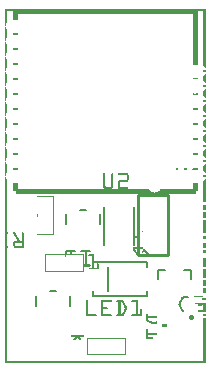
<source format=gto>
G04 MADE WITH FRITZING*
G04 WWW.FRITZING.ORG*
G04 DOUBLE SIDED*
G04 HOLES PLATED*
G04 CONTOUR ON CENTER OF CONTOUR VECTOR*
%ASAXBY*%
%FSLAX23Y23*%
%MOIN*%
%OFA0B0*%
%SFA1.0B1.0*%
%ADD10C,0.010000*%
%ADD11C,0.008000*%
%ADD12R,0.001000X0.001000*%
%LNSILK1*%
G90*
G70*
G54D10*
X443Y562D02*
X443Y362D01*
D02*
X443Y362D02*
X543Y362D01*
D02*
X543Y362D02*
X543Y562D01*
D02*
X543Y562D02*
X443Y562D01*
G54D11*
D02*
X533Y312D02*
X509Y312D01*
D02*
X509Y312D02*
X509Y281D01*
D02*
X596Y312D02*
X620Y312D01*
D02*
X620Y312D02*
X620Y281D01*
D02*
X315Y497D02*
X315Y463D01*
D02*
X203Y463D02*
X203Y497D01*
D02*
X249Y512D02*
X270Y512D01*
D02*
X329Y394D02*
X329Y520D01*
D02*
X431Y394D02*
X431Y520D01*
D02*
X473Y242D02*
X473Y224D01*
D02*
X473Y224D02*
X292Y224D01*
D02*
X292Y224D02*
X292Y242D01*
D02*
X292Y320D02*
X292Y338D01*
D02*
X292Y338D02*
X473Y338D01*
D02*
X473Y338D02*
X473Y320D01*
D02*
X343Y242D02*
X343Y320D01*
D02*
X216Y225D02*
X216Y191D01*
D02*
X104Y191D02*
X104Y225D01*
D02*
X149Y240D02*
X170Y240D01*
G54D12*
X0Y1181D02*
X668Y1181D01*
X0Y1180D02*
X668Y1180D01*
X0Y1179D02*
X668Y1179D01*
X0Y1178D02*
X668Y1178D01*
X0Y1177D02*
X668Y1177D01*
X0Y1176D02*
X668Y1176D01*
X0Y1175D02*
X668Y1175D01*
X0Y1174D02*
X668Y1174D01*
X0Y1173D02*
X7Y1173D01*
X28Y1173D02*
X643Y1173D01*
X661Y1173D02*
X668Y1173D01*
X0Y1172D02*
X7Y1172D01*
X28Y1172D02*
X643Y1172D01*
X661Y1172D02*
X668Y1172D01*
X0Y1171D02*
X7Y1171D01*
X28Y1171D02*
X643Y1171D01*
X661Y1171D02*
X668Y1171D01*
X0Y1170D02*
X7Y1170D01*
X28Y1170D02*
X643Y1170D01*
X661Y1170D02*
X668Y1170D01*
X0Y1169D02*
X7Y1169D01*
X28Y1169D02*
X643Y1169D01*
X661Y1169D02*
X668Y1169D01*
X0Y1168D02*
X7Y1168D01*
X28Y1168D02*
X643Y1168D01*
X661Y1168D02*
X668Y1168D01*
X0Y1167D02*
X7Y1167D01*
X28Y1167D02*
X643Y1167D01*
X661Y1167D02*
X668Y1167D01*
X0Y1166D02*
X7Y1166D01*
X28Y1166D02*
X643Y1166D01*
X661Y1166D02*
X668Y1166D01*
X0Y1165D02*
X7Y1165D01*
X28Y1165D02*
X43Y1165D01*
X628Y1165D02*
X643Y1165D01*
X661Y1165D02*
X668Y1165D01*
X0Y1164D02*
X7Y1164D01*
X28Y1164D02*
X43Y1164D01*
X628Y1164D02*
X643Y1164D01*
X661Y1164D02*
X668Y1164D01*
X0Y1163D02*
X7Y1163D01*
X28Y1163D02*
X43Y1163D01*
X628Y1163D02*
X643Y1163D01*
X661Y1163D02*
X668Y1163D01*
X0Y1162D02*
X7Y1162D01*
X28Y1162D02*
X43Y1162D01*
X628Y1162D02*
X643Y1162D01*
X661Y1162D02*
X668Y1162D01*
X0Y1161D02*
X7Y1161D01*
X28Y1161D02*
X43Y1161D01*
X628Y1161D02*
X643Y1161D01*
X661Y1161D02*
X668Y1161D01*
X0Y1160D02*
X7Y1160D01*
X28Y1160D02*
X43Y1160D01*
X628Y1160D02*
X643Y1160D01*
X661Y1160D02*
X668Y1160D01*
X0Y1159D02*
X7Y1159D01*
X28Y1159D02*
X43Y1159D01*
X628Y1159D02*
X643Y1159D01*
X661Y1159D02*
X668Y1159D01*
X0Y1158D02*
X7Y1158D01*
X28Y1158D02*
X43Y1158D01*
X628Y1158D02*
X643Y1158D01*
X661Y1158D02*
X668Y1158D01*
X0Y1157D02*
X7Y1157D01*
X28Y1157D02*
X43Y1157D01*
X628Y1157D02*
X643Y1157D01*
X661Y1157D02*
X668Y1157D01*
X0Y1156D02*
X7Y1156D01*
X28Y1156D02*
X43Y1156D01*
X628Y1156D02*
X643Y1156D01*
X661Y1156D02*
X668Y1156D01*
X0Y1155D02*
X7Y1155D01*
X28Y1155D02*
X43Y1155D01*
X628Y1155D02*
X643Y1155D01*
X661Y1155D02*
X668Y1155D01*
X0Y1154D02*
X7Y1154D01*
X28Y1154D02*
X43Y1154D01*
X628Y1154D02*
X643Y1154D01*
X661Y1154D02*
X668Y1154D01*
X0Y1153D02*
X7Y1153D01*
X28Y1153D02*
X43Y1153D01*
X628Y1153D02*
X643Y1153D01*
X661Y1153D02*
X668Y1153D01*
X0Y1152D02*
X7Y1152D01*
X28Y1152D02*
X43Y1152D01*
X628Y1152D02*
X643Y1152D01*
X661Y1152D02*
X668Y1152D01*
X0Y1151D02*
X7Y1151D01*
X28Y1151D02*
X43Y1151D01*
X628Y1151D02*
X643Y1151D01*
X661Y1151D02*
X668Y1151D01*
X0Y1150D02*
X7Y1150D01*
X28Y1150D02*
X43Y1150D01*
X628Y1150D02*
X643Y1150D01*
X661Y1150D02*
X668Y1150D01*
X0Y1149D02*
X7Y1149D01*
X28Y1149D02*
X43Y1149D01*
X628Y1149D02*
X643Y1149D01*
X661Y1149D02*
X668Y1149D01*
X0Y1148D02*
X7Y1148D01*
X28Y1148D02*
X43Y1148D01*
X628Y1148D02*
X643Y1148D01*
X661Y1148D02*
X668Y1148D01*
X0Y1147D02*
X7Y1147D01*
X28Y1147D02*
X43Y1147D01*
X628Y1147D02*
X643Y1147D01*
X661Y1147D02*
X668Y1147D01*
X0Y1146D02*
X7Y1146D01*
X28Y1146D02*
X43Y1146D01*
X628Y1146D02*
X643Y1146D01*
X661Y1146D02*
X668Y1146D01*
X0Y1145D02*
X7Y1145D01*
X28Y1145D02*
X43Y1145D01*
X628Y1145D02*
X643Y1145D01*
X661Y1145D02*
X668Y1145D01*
X0Y1144D02*
X7Y1144D01*
X628Y1144D02*
X643Y1144D01*
X661Y1144D02*
X668Y1144D01*
X0Y1143D02*
X7Y1143D01*
X628Y1143D02*
X643Y1143D01*
X661Y1143D02*
X668Y1143D01*
X0Y1142D02*
X7Y1142D01*
X628Y1142D02*
X643Y1142D01*
X661Y1142D02*
X668Y1142D01*
X0Y1141D02*
X7Y1141D01*
X628Y1141D02*
X643Y1141D01*
X661Y1141D02*
X668Y1141D01*
X0Y1140D02*
X7Y1140D01*
X628Y1140D02*
X643Y1140D01*
X661Y1140D02*
X668Y1140D01*
X0Y1139D02*
X7Y1139D01*
X628Y1139D02*
X643Y1139D01*
X661Y1139D02*
X668Y1139D01*
X0Y1138D02*
X6Y1138D01*
X628Y1138D02*
X643Y1138D01*
X661Y1138D02*
X668Y1138D01*
X0Y1137D02*
X6Y1137D01*
X628Y1137D02*
X643Y1137D01*
X661Y1137D02*
X668Y1137D01*
X0Y1136D02*
X5Y1136D01*
X628Y1136D02*
X643Y1136D01*
X661Y1136D02*
X668Y1136D01*
X0Y1135D02*
X4Y1135D01*
X628Y1135D02*
X643Y1135D01*
X661Y1135D02*
X668Y1135D01*
X0Y1134D02*
X3Y1134D01*
X628Y1134D02*
X643Y1134D01*
X661Y1134D02*
X668Y1134D01*
X0Y1133D02*
X3Y1133D01*
X628Y1133D02*
X643Y1133D01*
X661Y1133D02*
X668Y1133D01*
X0Y1132D02*
X2Y1132D01*
X628Y1132D02*
X643Y1132D01*
X661Y1132D02*
X668Y1132D01*
X0Y1131D02*
X2Y1131D01*
X628Y1131D02*
X643Y1131D01*
X661Y1131D02*
X668Y1131D01*
X0Y1130D02*
X1Y1130D01*
X628Y1130D02*
X643Y1130D01*
X661Y1130D02*
X668Y1130D01*
X0Y1129D02*
X1Y1129D01*
X628Y1129D02*
X643Y1129D01*
X661Y1129D02*
X668Y1129D01*
X0Y1128D02*
X1Y1128D01*
X628Y1128D02*
X643Y1128D01*
X661Y1128D02*
X668Y1128D01*
X0Y1127D02*
X1Y1127D01*
X628Y1127D02*
X643Y1127D01*
X661Y1127D02*
X668Y1127D01*
X0Y1126D02*
X1Y1126D01*
X628Y1126D02*
X643Y1126D01*
X661Y1126D02*
X668Y1126D01*
X0Y1125D02*
X0Y1125D01*
X628Y1125D02*
X643Y1125D01*
X661Y1125D02*
X668Y1125D01*
X0Y1124D02*
X0Y1124D01*
X628Y1124D02*
X643Y1124D01*
X661Y1124D02*
X668Y1124D01*
X0Y1123D02*
X0Y1123D01*
X628Y1123D02*
X643Y1123D01*
X661Y1123D02*
X668Y1123D01*
X0Y1122D02*
X1Y1122D01*
X628Y1122D02*
X643Y1122D01*
X661Y1122D02*
X668Y1122D01*
X0Y1121D02*
X1Y1121D01*
X628Y1121D02*
X643Y1121D01*
X661Y1121D02*
X668Y1121D01*
X0Y1120D02*
X1Y1120D01*
X628Y1120D02*
X643Y1120D01*
X661Y1120D02*
X668Y1120D01*
X0Y1119D02*
X1Y1119D01*
X628Y1119D02*
X643Y1119D01*
X661Y1119D02*
X668Y1119D01*
X0Y1118D02*
X1Y1118D01*
X628Y1118D02*
X643Y1118D01*
X661Y1118D02*
X668Y1118D01*
X0Y1117D02*
X2Y1117D01*
X628Y1117D02*
X643Y1117D01*
X661Y1117D02*
X668Y1117D01*
X0Y1116D02*
X2Y1116D01*
X628Y1116D02*
X643Y1116D01*
X661Y1116D02*
X668Y1116D01*
X0Y1115D02*
X3Y1115D01*
X628Y1115D02*
X643Y1115D01*
X661Y1115D02*
X668Y1115D01*
X0Y1114D02*
X3Y1114D01*
X628Y1114D02*
X643Y1114D01*
X661Y1114D02*
X668Y1114D01*
X0Y1113D02*
X4Y1113D01*
X628Y1113D02*
X643Y1113D01*
X661Y1113D02*
X668Y1113D01*
X0Y1112D02*
X4Y1112D01*
X628Y1112D02*
X643Y1112D01*
X661Y1112D02*
X668Y1112D01*
X0Y1111D02*
X5Y1111D01*
X628Y1111D02*
X643Y1111D01*
X661Y1111D02*
X668Y1111D01*
X0Y1110D02*
X6Y1110D01*
X628Y1110D02*
X643Y1110D01*
X661Y1110D02*
X668Y1110D01*
X0Y1109D02*
X7Y1109D01*
X628Y1109D02*
X643Y1109D01*
X661Y1109D02*
X668Y1109D01*
X0Y1108D02*
X7Y1108D01*
X628Y1108D02*
X643Y1108D01*
X661Y1108D02*
X668Y1108D01*
X0Y1107D02*
X7Y1107D01*
X628Y1107D02*
X643Y1107D01*
X661Y1107D02*
X668Y1107D01*
X0Y1106D02*
X7Y1106D01*
X628Y1106D02*
X643Y1106D01*
X661Y1106D02*
X668Y1106D01*
X0Y1105D02*
X7Y1105D01*
X628Y1105D02*
X643Y1105D01*
X661Y1105D02*
X668Y1105D01*
X0Y1104D02*
X7Y1104D01*
X628Y1104D02*
X643Y1104D01*
X661Y1104D02*
X668Y1104D01*
X0Y1103D02*
X7Y1103D01*
X628Y1103D02*
X643Y1103D01*
X661Y1103D02*
X668Y1103D01*
X0Y1102D02*
X7Y1102D01*
X28Y1102D02*
X43Y1102D01*
X628Y1102D02*
X643Y1102D01*
X661Y1102D02*
X668Y1102D01*
X0Y1101D02*
X7Y1101D01*
X28Y1101D02*
X43Y1101D01*
X628Y1101D02*
X643Y1101D01*
X661Y1101D02*
X668Y1101D01*
X0Y1100D02*
X7Y1100D01*
X28Y1100D02*
X43Y1100D01*
X628Y1100D02*
X643Y1100D01*
X661Y1100D02*
X668Y1100D01*
X0Y1099D02*
X7Y1099D01*
X28Y1099D02*
X43Y1099D01*
X628Y1099D02*
X643Y1099D01*
X661Y1099D02*
X668Y1099D01*
X0Y1098D02*
X7Y1098D01*
X28Y1098D02*
X43Y1098D01*
X628Y1098D02*
X643Y1098D01*
X661Y1098D02*
X668Y1098D01*
X0Y1097D02*
X7Y1097D01*
X28Y1097D02*
X43Y1097D01*
X628Y1097D02*
X643Y1097D01*
X661Y1097D02*
X668Y1097D01*
X0Y1096D02*
X7Y1096D01*
X28Y1096D02*
X43Y1096D01*
X628Y1096D02*
X643Y1096D01*
X661Y1096D02*
X668Y1096D01*
X0Y1095D02*
X7Y1095D01*
X28Y1095D02*
X43Y1095D01*
X628Y1095D02*
X643Y1095D01*
X661Y1095D02*
X668Y1095D01*
X0Y1094D02*
X7Y1094D01*
X628Y1094D02*
X643Y1094D01*
X661Y1094D02*
X668Y1094D01*
X0Y1093D02*
X7Y1093D01*
X628Y1093D02*
X643Y1093D01*
X661Y1093D02*
X668Y1093D01*
X0Y1092D02*
X7Y1092D01*
X628Y1092D02*
X643Y1092D01*
X661Y1092D02*
X668Y1092D01*
X0Y1091D02*
X7Y1091D01*
X628Y1091D02*
X643Y1091D01*
X661Y1091D02*
X668Y1091D01*
X0Y1090D02*
X7Y1090D01*
X628Y1090D02*
X643Y1090D01*
X661Y1090D02*
X668Y1090D01*
X0Y1089D02*
X7Y1089D01*
X628Y1089D02*
X643Y1089D01*
X661Y1089D02*
X668Y1089D01*
X0Y1088D02*
X6Y1088D01*
X628Y1088D02*
X643Y1088D01*
X661Y1088D02*
X668Y1088D01*
X0Y1087D02*
X6Y1087D01*
X628Y1087D02*
X643Y1087D01*
X661Y1087D02*
X668Y1087D01*
X0Y1086D02*
X5Y1086D01*
X628Y1086D02*
X643Y1086D01*
X661Y1086D02*
X668Y1086D01*
X0Y1085D02*
X4Y1085D01*
X628Y1085D02*
X643Y1085D01*
X661Y1085D02*
X668Y1085D01*
X0Y1084D02*
X3Y1084D01*
X628Y1084D02*
X643Y1084D01*
X661Y1084D02*
X668Y1084D01*
X0Y1083D02*
X3Y1083D01*
X628Y1083D02*
X643Y1083D01*
X661Y1083D02*
X668Y1083D01*
X0Y1082D02*
X2Y1082D01*
X628Y1082D02*
X643Y1082D01*
X661Y1082D02*
X668Y1082D01*
X0Y1081D02*
X2Y1081D01*
X628Y1081D02*
X643Y1081D01*
X661Y1081D02*
X668Y1081D01*
X0Y1080D02*
X1Y1080D01*
X628Y1080D02*
X643Y1080D01*
X661Y1080D02*
X668Y1080D01*
X0Y1079D02*
X1Y1079D01*
X628Y1079D02*
X643Y1079D01*
X661Y1079D02*
X668Y1079D01*
X0Y1078D02*
X1Y1078D01*
X628Y1078D02*
X643Y1078D01*
X661Y1078D02*
X668Y1078D01*
X0Y1077D02*
X1Y1077D01*
X628Y1077D02*
X643Y1077D01*
X661Y1077D02*
X668Y1077D01*
X0Y1076D02*
X1Y1076D01*
X628Y1076D02*
X643Y1076D01*
X661Y1076D02*
X668Y1076D01*
X0Y1075D02*
X0Y1075D01*
X628Y1075D02*
X643Y1075D01*
X661Y1075D02*
X668Y1075D01*
X0Y1074D02*
X0Y1074D01*
X628Y1074D02*
X643Y1074D01*
X661Y1074D02*
X668Y1074D01*
X0Y1073D02*
X0Y1073D01*
X628Y1073D02*
X643Y1073D01*
X661Y1073D02*
X668Y1073D01*
X0Y1072D02*
X1Y1072D01*
X628Y1072D02*
X643Y1072D01*
X661Y1072D02*
X668Y1072D01*
X0Y1071D02*
X1Y1071D01*
X628Y1071D02*
X643Y1071D01*
X661Y1071D02*
X668Y1071D01*
X0Y1070D02*
X1Y1070D01*
X628Y1070D02*
X643Y1070D01*
X661Y1070D02*
X668Y1070D01*
X0Y1069D02*
X1Y1069D01*
X628Y1069D02*
X643Y1069D01*
X661Y1069D02*
X668Y1069D01*
X0Y1068D02*
X1Y1068D01*
X628Y1068D02*
X643Y1068D01*
X661Y1068D02*
X668Y1068D01*
X0Y1067D02*
X2Y1067D01*
X628Y1067D02*
X643Y1067D01*
X661Y1067D02*
X668Y1067D01*
X0Y1066D02*
X2Y1066D01*
X628Y1066D02*
X643Y1066D01*
X661Y1066D02*
X668Y1066D01*
X0Y1065D02*
X3Y1065D01*
X628Y1065D02*
X643Y1065D01*
X661Y1065D02*
X668Y1065D01*
X0Y1064D02*
X3Y1064D01*
X628Y1064D02*
X643Y1064D01*
X661Y1064D02*
X668Y1064D01*
X0Y1063D02*
X4Y1063D01*
X628Y1063D02*
X643Y1063D01*
X661Y1063D02*
X668Y1063D01*
X0Y1062D02*
X4Y1062D01*
X628Y1062D02*
X643Y1062D01*
X661Y1062D02*
X668Y1062D01*
X0Y1061D02*
X5Y1061D01*
X628Y1061D02*
X643Y1061D01*
X661Y1061D02*
X668Y1061D01*
X0Y1060D02*
X6Y1060D01*
X628Y1060D02*
X643Y1060D01*
X661Y1060D02*
X668Y1060D01*
X0Y1059D02*
X7Y1059D01*
X628Y1059D02*
X643Y1059D01*
X661Y1059D02*
X668Y1059D01*
X0Y1058D02*
X7Y1058D01*
X628Y1058D02*
X643Y1058D01*
X661Y1058D02*
X668Y1058D01*
X0Y1057D02*
X7Y1057D01*
X628Y1057D02*
X643Y1057D01*
X661Y1057D02*
X668Y1057D01*
X0Y1056D02*
X7Y1056D01*
X628Y1056D02*
X643Y1056D01*
X661Y1056D02*
X668Y1056D01*
X0Y1055D02*
X7Y1055D01*
X628Y1055D02*
X643Y1055D01*
X661Y1055D02*
X668Y1055D01*
X0Y1054D02*
X7Y1054D01*
X628Y1054D02*
X643Y1054D01*
X661Y1054D02*
X668Y1054D01*
X0Y1053D02*
X7Y1053D01*
X628Y1053D02*
X643Y1053D01*
X661Y1053D02*
X668Y1053D01*
X0Y1052D02*
X7Y1052D01*
X28Y1052D02*
X43Y1052D01*
X628Y1052D02*
X643Y1052D01*
X661Y1052D02*
X668Y1052D01*
X0Y1051D02*
X7Y1051D01*
X28Y1051D02*
X43Y1051D01*
X628Y1051D02*
X643Y1051D01*
X661Y1051D02*
X668Y1051D01*
X0Y1050D02*
X7Y1050D01*
X28Y1050D02*
X43Y1050D01*
X628Y1050D02*
X643Y1050D01*
X661Y1050D02*
X668Y1050D01*
X0Y1049D02*
X7Y1049D01*
X28Y1049D02*
X43Y1049D01*
X628Y1049D02*
X643Y1049D01*
X661Y1049D02*
X668Y1049D01*
X0Y1048D02*
X7Y1048D01*
X28Y1048D02*
X43Y1048D01*
X628Y1048D02*
X643Y1048D01*
X661Y1048D02*
X668Y1048D01*
X0Y1047D02*
X7Y1047D01*
X28Y1047D02*
X43Y1047D01*
X628Y1047D02*
X643Y1047D01*
X661Y1047D02*
X668Y1047D01*
X0Y1046D02*
X7Y1046D01*
X28Y1046D02*
X43Y1046D01*
X628Y1046D02*
X643Y1046D01*
X661Y1046D02*
X668Y1046D01*
X0Y1045D02*
X7Y1045D01*
X28Y1045D02*
X43Y1045D01*
X628Y1045D02*
X643Y1045D01*
X661Y1045D02*
X668Y1045D01*
X0Y1044D02*
X7Y1044D01*
X628Y1044D02*
X643Y1044D01*
X661Y1044D02*
X668Y1044D01*
X0Y1043D02*
X7Y1043D01*
X628Y1043D02*
X643Y1043D01*
X661Y1043D02*
X668Y1043D01*
X0Y1042D02*
X7Y1042D01*
X628Y1042D02*
X643Y1042D01*
X661Y1042D02*
X668Y1042D01*
X0Y1041D02*
X7Y1041D01*
X628Y1041D02*
X643Y1041D01*
X661Y1041D02*
X668Y1041D01*
X0Y1040D02*
X7Y1040D01*
X628Y1040D02*
X643Y1040D01*
X661Y1040D02*
X668Y1040D01*
X0Y1039D02*
X7Y1039D01*
X628Y1039D02*
X643Y1039D01*
X661Y1039D02*
X668Y1039D01*
X0Y1038D02*
X6Y1038D01*
X628Y1038D02*
X643Y1038D01*
X661Y1038D02*
X668Y1038D01*
X0Y1037D02*
X6Y1037D01*
X628Y1037D02*
X643Y1037D01*
X661Y1037D02*
X668Y1037D01*
X0Y1036D02*
X5Y1036D01*
X628Y1036D02*
X643Y1036D01*
X661Y1036D02*
X668Y1036D01*
X0Y1035D02*
X4Y1035D01*
X628Y1035D02*
X643Y1035D01*
X661Y1035D02*
X668Y1035D01*
X0Y1034D02*
X3Y1034D01*
X628Y1034D02*
X643Y1034D01*
X661Y1034D02*
X668Y1034D01*
X0Y1033D02*
X3Y1033D01*
X628Y1033D02*
X643Y1033D01*
X661Y1033D02*
X668Y1033D01*
X0Y1032D02*
X2Y1032D01*
X628Y1032D02*
X643Y1032D01*
X661Y1032D02*
X668Y1032D01*
X0Y1031D02*
X2Y1031D01*
X628Y1031D02*
X643Y1031D01*
X661Y1031D02*
X668Y1031D01*
X0Y1030D02*
X1Y1030D01*
X628Y1030D02*
X643Y1030D01*
X661Y1030D02*
X668Y1030D01*
X0Y1029D02*
X1Y1029D01*
X628Y1029D02*
X643Y1029D01*
X661Y1029D02*
X668Y1029D01*
X0Y1028D02*
X1Y1028D01*
X628Y1028D02*
X643Y1028D01*
X661Y1028D02*
X668Y1028D01*
X0Y1027D02*
X1Y1027D01*
X628Y1027D02*
X643Y1027D01*
X661Y1027D02*
X668Y1027D01*
X0Y1026D02*
X1Y1026D01*
X628Y1026D02*
X643Y1026D01*
X661Y1026D02*
X668Y1026D01*
X0Y1025D02*
X0Y1025D01*
X628Y1025D02*
X643Y1025D01*
X661Y1025D02*
X668Y1025D01*
X0Y1024D02*
X0Y1024D01*
X628Y1024D02*
X643Y1024D01*
X661Y1024D02*
X668Y1024D01*
X0Y1023D02*
X0Y1023D01*
X628Y1023D02*
X643Y1023D01*
X661Y1023D02*
X668Y1023D01*
X0Y1022D02*
X1Y1022D01*
X628Y1022D02*
X643Y1022D01*
X661Y1022D02*
X668Y1022D01*
X0Y1021D02*
X1Y1021D01*
X628Y1021D02*
X643Y1021D01*
X661Y1021D02*
X668Y1021D01*
X0Y1020D02*
X1Y1020D01*
X628Y1020D02*
X643Y1020D01*
X661Y1020D02*
X668Y1020D01*
X0Y1019D02*
X1Y1019D01*
X628Y1019D02*
X643Y1019D01*
X661Y1019D02*
X668Y1019D01*
X0Y1018D02*
X1Y1018D01*
X628Y1018D02*
X643Y1018D01*
X661Y1018D02*
X668Y1018D01*
X0Y1017D02*
X2Y1017D01*
X628Y1017D02*
X643Y1017D01*
X661Y1017D02*
X668Y1017D01*
X0Y1016D02*
X2Y1016D01*
X628Y1016D02*
X643Y1016D01*
X661Y1016D02*
X668Y1016D01*
X0Y1015D02*
X3Y1015D01*
X628Y1015D02*
X643Y1015D01*
X661Y1015D02*
X668Y1015D01*
X0Y1014D02*
X3Y1014D01*
X628Y1014D02*
X643Y1014D01*
X661Y1014D02*
X668Y1014D01*
X0Y1013D02*
X4Y1013D01*
X628Y1013D02*
X643Y1013D01*
X661Y1013D02*
X668Y1013D01*
X0Y1012D02*
X4Y1012D01*
X628Y1012D02*
X643Y1012D01*
X661Y1012D02*
X668Y1012D01*
X0Y1011D02*
X5Y1011D01*
X628Y1011D02*
X643Y1011D01*
X661Y1011D02*
X668Y1011D01*
X0Y1010D02*
X6Y1010D01*
X628Y1010D02*
X643Y1010D01*
X661Y1010D02*
X668Y1010D01*
X0Y1009D02*
X7Y1009D01*
X628Y1009D02*
X643Y1009D01*
X661Y1009D02*
X668Y1009D01*
X0Y1008D02*
X7Y1008D01*
X628Y1008D02*
X643Y1008D01*
X661Y1008D02*
X668Y1008D01*
X0Y1007D02*
X7Y1007D01*
X628Y1007D02*
X643Y1007D01*
X661Y1007D02*
X668Y1007D01*
X0Y1006D02*
X7Y1006D01*
X628Y1006D02*
X643Y1006D01*
X661Y1006D02*
X668Y1006D01*
X0Y1005D02*
X7Y1005D01*
X628Y1005D02*
X643Y1005D01*
X661Y1005D02*
X668Y1005D01*
X0Y1004D02*
X7Y1004D01*
X628Y1004D02*
X643Y1004D01*
X661Y1004D02*
X668Y1004D01*
X0Y1003D02*
X7Y1003D01*
X628Y1003D02*
X643Y1003D01*
X661Y1003D02*
X668Y1003D01*
X0Y1002D02*
X7Y1002D01*
X28Y1002D02*
X43Y1002D01*
X628Y1002D02*
X643Y1002D01*
X661Y1002D02*
X668Y1002D01*
X0Y1001D02*
X7Y1001D01*
X28Y1001D02*
X43Y1001D01*
X628Y1001D02*
X643Y1001D01*
X661Y1001D02*
X668Y1001D01*
X0Y1000D02*
X7Y1000D01*
X28Y1000D02*
X43Y1000D01*
X628Y1000D02*
X643Y1000D01*
X661Y1000D02*
X668Y1000D01*
X0Y999D02*
X7Y999D01*
X28Y999D02*
X43Y999D01*
X628Y999D02*
X643Y999D01*
X661Y999D02*
X668Y999D01*
X0Y998D02*
X7Y998D01*
X28Y998D02*
X43Y998D01*
X628Y998D02*
X643Y998D01*
X661Y998D02*
X668Y998D01*
X0Y997D02*
X7Y997D01*
X28Y997D02*
X43Y997D01*
X628Y997D02*
X643Y997D01*
X661Y997D02*
X668Y997D01*
X0Y996D02*
X7Y996D01*
X28Y996D02*
X43Y996D01*
X628Y996D02*
X643Y996D01*
X661Y996D02*
X668Y996D01*
X0Y995D02*
X7Y995D01*
X28Y995D02*
X43Y995D01*
X628Y995D02*
X643Y995D01*
X661Y995D02*
X668Y995D01*
X0Y994D02*
X7Y994D01*
X661Y994D02*
X668Y994D01*
X0Y993D02*
X7Y993D01*
X661Y993D02*
X668Y993D01*
X0Y992D02*
X7Y992D01*
X661Y992D02*
X668Y992D01*
X0Y991D02*
X7Y991D01*
X662Y991D02*
X668Y991D01*
X0Y990D02*
X7Y990D01*
X663Y990D02*
X668Y990D01*
X0Y989D02*
X7Y989D01*
X664Y989D02*
X668Y989D01*
X0Y988D02*
X6Y988D01*
X665Y988D02*
X668Y988D01*
X0Y987D02*
X6Y987D01*
X666Y987D02*
X668Y987D01*
X0Y986D02*
X5Y986D01*
X667Y986D02*
X668Y986D01*
X0Y985D02*
X4Y985D01*
X668Y985D02*
X668Y985D01*
X0Y984D02*
X3Y984D01*
X668Y984D02*
X668Y984D01*
X0Y983D02*
X3Y983D01*
X0Y982D02*
X2Y982D01*
X0Y981D02*
X2Y981D01*
X0Y980D02*
X1Y980D01*
X0Y979D02*
X1Y979D01*
X0Y978D02*
X1Y978D01*
X661Y978D02*
X668Y978D01*
X0Y977D02*
X1Y977D01*
X661Y977D02*
X668Y977D01*
X0Y976D02*
X1Y976D01*
X661Y976D02*
X668Y976D01*
X0Y975D02*
X0Y975D01*
X661Y975D02*
X668Y975D01*
X0Y974D02*
X0Y974D01*
X661Y974D02*
X668Y974D01*
X0Y973D02*
X0Y973D01*
X661Y973D02*
X668Y973D01*
X0Y972D02*
X1Y972D01*
X661Y972D02*
X668Y972D01*
X0Y971D02*
X1Y971D01*
X661Y971D02*
X668Y971D01*
X0Y970D02*
X1Y970D01*
X661Y970D02*
X668Y970D01*
X0Y969D02*
X1Y969D01*
X0Y968D02*
X1Y968D01*
X0Y967D02*
X2Y967D01*
X0Y966D02*
X2Y966D01*
X0Y965D02*
X3Y965D01*
X0Y964D02*
X3Y964D01*
X668Y964D02*
X668Y964D01*
X0Y963D02*
X4Y963D01*
X668Y963D02*
X668Y963D01*
X0Y962D02*
X4Y962D01*
X667Y962D02*
X668Y962D01*
X0Y961D02*
X5Y961D01*
X666Y961D02*
X668Y961D01*
X0Y960D02*
X6Y960D01*
X665Y960D02*
X668Y960D01*
X0Y959D02*
X7Y959D01*
X664Y959D02*
X668Y959D01*
X0Y958D02*
X7Y958D01*
X663Y958D02*
X668Y958D01*
X0Y957D02*
X7Y957D01*
X662Y957D02*
X668Y957D01*
X0Y956D02*
X7Y956D01*
X661Y956D02*
X668Y956D01*
X0Y955D02*
X7Y955D01*
X661Y955D02*
X668Y955D01*
X0Y954D02*
X7Y954D01*
X661Y954D02*
X668Y954D01*
X0Y953D02*
X7Y953D01*
X661Y953D02*
X668Y953D01*
X0Y952D02*
X7Y952D01*
X28Y952D02*
X43Y952D01*
X628Y952D02*
X643Y952D01*
X661Y952D02*
X668Y952D01*
X0Y951D02*
X7Y951D01*
X28Y951D02*
X43Y951D01*
X628Y951D02*
X643Y951D01*
X661Y951D02*
X668Y951D01*
X0Y950D02*
X7Y950D01*
X28Y950D02*
X43Y950D01*
X628Y950D02*
X643Y950D01*
X661Y950D02*
X668Y950D01*
X0Y949D02*
X7Y949D01*
X28Y949D02*
X43Y949D01*
X628Y949D02*
X643Y949D01*
X661Y949D02*
X668Y949D01*
X0Y948D02*
X7Y948D01*
X28Y948D02*
X43Y948D01*
X628Y948D02*
X629Y948D01*
X636Y948D02*
X643Y948D01*
X661Y948D02*
X668Y948D01*
X0Y947D02*
X7Y947D01*
X28Y947D02*
X43Y947D01*
X640Y947D02*
X643Y947D01*
X661Y947D02*
X668Y947D01*
X0Y946D02*
X7Y946D01*
X28Y946D02*
X43Y946D01*
X642Y946D02*
X643Y946D01*
X661Y946D02*
X668Y946D01*
X0Y945D02*
X7Y945D01*
X28Y945D02*
X43Y945D01*
X661Y945D02*
X668Y945D01*
X0Y944D02*
X7Y944D01*
X661Y944D02*
X668Y944D01*
X0Y943D02*
X7Y943D01*
X661Y943D02*
X668Y943D01*
X0Y942D02*
X7Y942D01*
X661Y942D02*
X668Y942D01*
X0Y941D02*
X7Y941D01*
X662Y941D02*
X668Y941D01*
X0Y940D02*
X7Y940D01*
X663Y940D02*
X668Y940D01*
X0Y939D02*
X7Y939D01*
X664Y939D02*
X668Y939D01*
X0Y938D02*
X6Y938D01*
X665Y938D02*
X668Y938D01*
X0Y937D02*
X6Y937D01*
X666Y937D02*
X668Y937D01*
X0Y936D02*
X5Y936D01*
X667Y936D02*
X668Y936D01*
X0Y935D02*
X4Y935D01*
X668Y935D02*
X668Y935D01*
X0Y934D02*
X3Y934D01*
X668Y934D02*
X668Y934D01*
X0Y933D02*
X3Y933D01*
X0Y932D02*
X2Y932D01*
X0Y931D02*
X2Y931D01*
X0Y930D02*
X1Y930D01*
X0Y929D02*
X1Y929D01*
X0Y928D02*
X1Y928D01*
X661Y928D02*
X668Y928D01*
X0Y927D02*
X1Y927D01*
X661Y927D02*
X668Y927D01*
X0Y926D02*
X1Y926D01*
X661Y926D02*
X668Y926D01*
X0Y925D02*
X0Y925D01*
X661Y925D02*
X668Y925D01*
X0Y924D02*
X0Y924D01*
X661Y924D02*
X668Y924D01*
X0Y923D02*
X0Y923D01*
X661Y923D02*
X668Y923D01*
X0Y922D02*
X1Y922D01*
X661Y922D02*
X668Y922D01*
X0Y921D02*
X1Y921D01*
X661Y921D02*
X668Y921D01*
X0Y920D02*
X1Y920D01*
X661Y920D02*
X668Y920D01*
X0Y919D02*
X1Y919D01*
X0Y918D02*
X1Y918D01*
X0Y917D02*
X2Y917D01*
X0Y916D02*
X2Y916D01*
X0Y915D02*
X3Y915D01*
X0Y914D02*
X3Y914D01*
X668Y914D02*
X668Y914D01*
X0Y913D02*
X4Y913D01*
X668Y913D02*
X668Y913D01*
X0Y912D02*
X4Y912D01*
X667Y912D02*
X668Y912D01*
X0Y911D02*
X5Y911D01*
X666Y911D02*
X668Y911D01*
X0Y910D02*
X6Y910D01*
X665Y910D02*
X668Y910D01*
X0Y909D02*
X7Y909D01*
X664Y909D02*
X668Y909D01*
X0Y908D02*
X7Y908D01*
X663Y908D02*
X668Y908D01*
X0Y907D02*
X7Y907D01*
X662Y907D02*
X668Y907D01*
X0Y906D02*
X7Y906D01*
X661Y906D02*
X668Y906D01*
X0Y905D02*
X7Y905D01*
X661Y905D02*
X668Y905D01*
X0Y904D02*
X7Y904D01*
X661Y904D02*
X668Y904D01*
X0Y903D02*
X7Y903D01*
X661Y903D02*
X668Y903D01*
X0Y902D02*
X7Y902D01*
X28Y902D02*
X43Y902D01*
X661Y902D02*
X668Y902D01*
X0Y901D02*
X7Y901D01*
X28Y901D02*
X43Y901D01*
X642Y901D02*
X643Y901D01*
X661Y901D02*
X668Y901D01*
X0Y900D02*
X7Y900D01*
X28Y900D02*
X43Y900D01*
X639Y900D02*
X643Y900D01*
X661Y900D02*
X668Y900D01*
X0Y899D02*
X7Y899D01*
X28Y899D02*
X43Y899D01*
X628Y899D02*
X630Y899D01*
X635Y899D02*
X643Y899D01*
X661Y899D02*
X668Y899D01*
X0Y898D02*
X7Y898D01*
X28Y898D02*
X43Y898D01*
X628Y898D02*
X643Y898D01*
X661Y898D02*
X668Y898D01*
X0Y897D02*
X7Y897D01*
X28Y897D02*
X43Y897D01*
X628Y897D02*
X643Y897D01*
X661Y897D02*
X668Y897D01*
X0Y896D02*
X7Y896D01*
X28Y896D02*
X43Y896D01*
X628Y896D02*
X643Y896D01*
X661Y896D02*
X668Y896D01*
X0Y895D02*
X7Y895D01*
X28Y895D02*
X43Y895D01*
X628Y895D02*
X643Y895D01*
X661Y895D02*
X668Y895D01*
X0Y894D02*
X7Y894D01*
X661Y894D02*
X668Y894D01*
X0Y893D02*
X7Y893D01*
X661Y893D02*
X668Y893D01*
X0Y892D02*
X7Y892D01*
X661Y892D02*
X668Y892D01*
X0Y891D02*
X7Y891D01*
X662Y891D02*
X668Y891D01*
X0Y890D02*
X7Y890D01*
X663Y890D02*
X668Y890D01*
X0Y889D02*
X7Y889D01*
X664Y889D02*
X668Y889D01*
X0Y888D02*
X6Y888D01*
X665Y888D02*
X668Y888D01*
X0Y887D02*
X6Y887D01*
X666Y887D02*
X668Y887D01*
X0Y886D02*
X5Y886D01*
X667Y886D02*
X668Y886D01*
X0Y885D02*
X4Y885D01*
X668Y885D02*
X668Y885D01*
X0Y884D02*
X3Y884D01*
X668Y884D02*
X668Y884D01*
X0Y883D02*
X3Y883D01*
X0Y882D02*
X2Y882D01*
X0Y881D02*
X2Y881D01*
X0Y880D02*
X1Y880D01*
X0Y879D02*
X1Y879D01*
X0Y878D02*
X1Y878D01*
X661Y878D02*
X668Y878D01*
X0Y877D02*
X1Y877D01*
X661Y877D02*
X668Y877D01*
X0Y876D02*
X1Y876D01*
X661Y876D02*
X668Y876D01*
X0Y875D02*
X0Y875D01*
X661Y875D02*
X668Y875D01*
X0Y874D02*
X0Y874D01*
X661Y874D02*
X668Y874D01*
X0Y873D02*
X0Y873D01*
X661Y873D02*
X668Y873D01*
X0Y872D02*
X1Y872D01*
X661Y872D02*
X668Y872D01*
X0Y871D02*
X1Y871D01*
X661Y871D02*
X668Y871D01*
X0Y870D02*
X1Y870D01*
X661Y870D02*
X668Y870D01*
X0Y869D02*
X1Y869D01*
X0Y868D02*
X1Y868D01*
X0Y867D02*
X2Y867D01*
X0Y866D02*
X2Y866D01*
X0Y865D02*
X3Y865D01*
X0Y864D02*
X3Y864D01*
X668Y864D02*
X668Y864D01*
X0Y863D02*
X4Y863D01*
X668Y863D02*
X668Y863D01*
X0Y862D02*
X4Y862D01*
X667Y862D02*
X668Y862D01*
X0Y861D02*
X5Y861D01*
X666Y861D02*
X668Y861D01*
X0Y860D02*
X6Y860D01*
X665Y860D02*
X668Y860D01*
X0Y859D02*
X7Y859D01*
X664Y859D02*
X668Y859D01*
X0Y858D02*
X7Y858D01*
X663Y858D02*
X668Y858D01*
X0Y857D02*
X7Y857D01*
X662Y857D02*
X668Y857D01*
X0Y856D02*
X7Y856D01*
X661Y856D02*
X668Y856D01*
X0Y855D02*
X7Y855D01*
X661Y855D02*
X668Y855D01*
X0Y854D02*
X7Y854D01*
X661Y854D02*
X668Y854D01*
X0Y853D02*
X7Y853D01*
X661Y853D02*
X668Y853D01*
X0Y852D02*
X7Y852D01*
X28Y852D02*
X43Y852D01*
X628Y852D02*
X643Y852D01*
X661Y852D02*
X668Y852D01*
X0Y851D02*
X7Y851D01*
X28Y851D02*
X43Y851D01*
X628Y851D02*
X643Y851D01*
X661Y851D02*
X668Y851D01*
X0Y850D02*
X7Y850D01*
X28Y850D02*
X43Y850D01*
X628Y850D02*
X643Y850D01*
X661Y850D02*
X668Y850D01*
X0Y849D02*
X7Y849D01*
X28Y849D02*
X43Y849D01*
X628Y849D02*
X643Y849D01*
X661Y849D02*
X668Y849D01*
X0Y848D02*
X7Y848D01*
X28Y848D02*
X43Y848D01*
X628Y848D02*
X643Y848D01*
X661Y848D02*
X668Y848D01*
X0Y847D02*
X7Y847D01*
X28Y847D02*
X43Y847D01*
X628Y847D02*
X643Y847D01*
X661Y847D02*
X668Y847D01*
X0Y846D02*
X7Y846D01*
X28Y846D02*
X43Y846D01*
X628Y846D02*
X643Y846D01*
X661Y846D02*
X668Y846D01*
X0Y845D02*
X7Y845D01*
X28Y845D02*
X43Y845D01*
X628Y845D02*
X643Y845D01*
X661Y845D02*
X668Y845D01*
X0Y844D02*
X7Y844D01*
X661Y844D02*
X668Y844D01*
X0Y843D02*
X7Y843D01*
X661Y843D02*
X668Y843D01*
X0Y842D02*
X7Y842D01*
X661Y842D02*
X668Y842D01*
X0Y841D02*
X7Y841D01*
X662Y841D02*
X668Y841D01*
X0Y840D02*
X7Y840D01*
X663Y840D02*
X668Y840D01*
X0Y839D02*
X7Y839D01*
X664Y839D02*
X668Y839D01*
X0Y838D02*
X6Y838D01*
X665Y838D02*
X668Y838D01*
X0Y837D02*
X6Y837D01*
X666Y837D02*
X668Y837D01*
X0Y836D02*
X5Y836D01*
X667Y836D02*
X668Y836D01*
X0Y835D02*
X4Y835D01*
X668Y835D02*
X668Y835D01*
X0Y834D02*
X3Y834D01*
X668Y834D02*
X668Y834D01*
X0Y833D02*
X3Y833D01*
X0Y832D02*
X2Y832D01*
X0Y831D02*
X2Y831D01*
X0Y830D02*
X1Y830D01*
X0Y829D02*
X1Y829D01*
X0Y828D02*
X1Y828D01*
X661Y828D02*
X668Y828D01*
X0Y827D02*
X1Y827D01*
X661Y827D02*
X668Y827D01*
X0Y826D02*
X1Y826D01*
X661Y826D02*
X668Y826D01*
X0Y825D02*
X0Y825D01*
X661Y825D02*
X668Y825D01*
X0Y824D02*
X0Y824D01*
X661Y824D02*
X668Y824D01*
X0Y823D02*
X0Y823D01*
X661Y823D02*
X668Y823D01*
X0Y822D02*
X1Y822D01*
X661Y822D02*
X668Y822D01*
X0Y821D02*
X1Y821D01*
X661Y821D02*
X668Y821D01*
X0Y820D02*
X1Y820D01*
X661Y820D02*
X668Y820D01*
X0Y819D02*
X1Y819D01*
X0Y818D02*
X1Y818D01*
X0Y817D02*
X2Y817D01*
X0Y816D02*
X2Y816D01*
X0Y815D02*
X3Y815D01*
X0Y814D02*
X3Y814D01*
X668Y814D02*
X668Y814D01*
X0Y813D02*
X4Y813D01*
X668Y813D02*
X668Y813D01*
X0Y812D02*
X4Y812D01*
X667Y812D02*
X668Y812D01*
X0Y811D02*
X5Y811D01*
X666Y811D02*
X668Y811D01*
X0Y810D02*
X6Y810D01*
X665Y810D02*
X668Y810D01*
X0Y809D02*
X7Y809D01*
X664Y809D02*
X668Y809D01*
X0Y808D02*
X7Y808D01*
X663Y808D02*
X668Y808D01*
X0Y807D02*
X7Y807D01*
X662Y807D02*
X668Y807D01*
X0Y806D02*
X7Y806D01*
X661Y806D02*
X668Y806D01*
X0Y805D02*
X7Y805D01*
X661Y805D02*
X668Y805D01*
X0Y804D02*
X7Y804D01*
X661Y804D02*
X668Y804D01*
X0Y803D02*
X7Y803D01*
X661Y803D02*
X668Y803D01*
X0Y802D02*
X7Y802D01*
X28Y802D02*
X43Y802D01*
X628Y802D02*
X643Y802D01*
X661Y802D02*
X668Y802D01*
X0Y801D02*
X7Y801D01*
X28Y801D02*
X43Y801D01*
X628Y801D02*
X643Y801D01*
X661Y801D02*
X668Y801D01*
X0Y800D02*
X7Y800D01*
X28Y800D02*
X43Y800D01*
X628Y800D02*
X643Y800D01*
X661Y800D02*
X668Y800D01*
X0Y799D02*
X7Y799D01*
X28Y799D02*
X43Y799D01*
X628Y799D02*
X643Y799D01*
X661Y799D02*
X668Y799D01*
X0Y798D02*
X7Y798D01*
X28Y798D02*
X43Y798D01*
X628Y798D02*
X643Y798D01*
X661Y798D02*
X668Y798D01*
X0Y797D02*
X7Y797D01*
X28Y797D02*
X43Y797D01*
X628Y797D02*
X643Y797D01*
X661Y797D02*
X668Y797D01*
X0Y796D02*
X7Y796D01*
X28Y796D02*
X43Y796D01*
X628Y796D02*
X643Y796D01*
X661Y796D02*
X668Y796D01*
X0Y795D02*
X7Y795D01*
X28Y795D02*
X43Y795D01*
X628Y795D02*
X643Y795D01*
X661Y795D02*
X668Y795D01*
X0Y794D02*
X7Y794D01*
X661Y794D02*
X668Y794D01*
X0Y793D02*
X7Y793D01*
X661Y793D02*
X668Y793D01*
X0Y792D02*
X7Y792D01*
X661Y792D02*
X668Y792D01*
X0Y791D02*
X7Y791D01*
X662Y791D02*
X668Y791D01*
X0Y790D02*
X7Y790D01*
X663Y790D02*
X668Y790D01*
X0Y789D02*
X7Y789D01*
X664Y789D02*
X668Y789D01*
X0Y788D02*
X6Y788D01*
X665Y788D02*
X668Y788D01*
X0Y787D02*
X6Y787D01*
X666Y787D02*
X668Y787D01*
X0Y786D02*
X5Y786D01*
X667Y786D02*
X668Y786D01*
X0Y785D02*
X4Y785D01*
X668Y785D02*
X668Y785D01*
X0Y784D02*
X3Y784D01*
X668Y784D02*
X668Y784D01*
X0Y783D02*
X3Y783D01*
X0Y782D02*
X2Y782D01*
X0Y781D02*
X2Y781D01*
X0Y780D02*
X1Y780D01*
X0Y779D02*
X1Y779D01*
X0Y778D02*
X1Y778D01*
X661Y778D02*
X668Y778D01*
X0Y777D02*
X1Y777D01*
X661Y777D02*
X668Y777D01*
X0Y776D02*
X1Y776D01*
X661Y776D02*
X668Y776D01*
X0Y775D02*
X0Y775D01*
X661Y775D02*
X668Y775D01*
X0Y774D02*
X0Y774D01*
X661Y774D02*
X668Y774D01*
X0Y773D02*
X0Y773D01*
X661Y773D02*
X668Y773D01*
X0Y772D02*
X1Y772D01*
X661Y772D02*
X668Y772D01*
X0Y771D02*
X1Y771D01*
X661Y771D02*
X668Y771D01*
X0Y770D02*
X1Y770D01*
X661Y770D02*
X668Y770D01*
X0Y769D02*
X1Y769D01*
X0Y768D02*
X1Y768D01*
X0Y767D02*
X2Y767D01*
X0Y766D02*
X2Y766D01*
X0Y765D02*
X3Y765D01*
X0Y764D02*
X3Y764D01*
X668Y764D02*
X668Y764D01*
X0Y763D02*
X4Y763D01*
X668Y763D02*
X668Y763D01*
X0Y762D02*
X4Y762D01*
X667Y762D02*
X668Y762D01*
X0Y761D02*
X5Y761D01*
X666Y761D02*
X668Y761D01*
X0Y760D02*
X6Y760D01*
X665Y760D02*
X668Y760D01*
X0Y759D02*
X7Y759D01*
X664Y759D02*
X668Y759D01*
X0Y758D02*
X7Y758D01*
X663Y758D02*
X668Y758D01*
X0Y757D02*
X7Y757D01*
X662Y757D02*
X668Y757D01*
X0Y756D02*
X7Y756D01*
X661Y756D02*
X668Y756D01*
X0Y755D02*
X7Y755D01*
X661Y755D02*
X668Y755D01*
X0Y754D02*
X7Y754D01*
X661Y754D02*
X668Y754D01*
X0Y753D02*
X7Y753D01*
X661Y753D02*
X668Y753D01*
X0Y752D02*
X7Y752D01*
X28Y752D02*
X43Y752D01*
X628Y752D02*
X643Y752D01*
X661Y752D02*
X668Y752D01*
X0Y751D02*
X7Y751D01*
X28Y751D02*
X43Y751D01*
X628Y751D02*
X643Y751D01*
X661Y751D02*
X668Y751D01*
X0Y750D02*
X7Y750D01*
X28Y750D02*
X43Y750D01*
X628Y750D02*
X643Y750D01*
X661Y750D02*
X668Y750D01*
X0Y749D02*
X7Y749D01*
X28Y749D02*
X43Y749D01*
X628Y749D02*
X643Y749D01*
X661Y749D02*
X668Y749D01*
X0Y748D02*
X7Y748D01*
X28Y748D02*
X43Y748D01*
X628Y748D02*
X643Y748D01*
X661Y748D02*
X668Y748D01*
X0Y747D02*
X7Y747D01*
X28Y747D02*
X43Y747D01*
X628Y747D02*
X643Y747D01*
X661Y747D02*
X668Y747D01*
X0Y746D02*
X7Y746D01*
X28Y746D02*
X43Y746D01*
X628Y746D02*
X643Y746D01*
X661Y746D02*
X668Y746D01*
X0Y745D02*
X7Y745D01*
X28Y745D02*
X43Y745D01*
X628Y745D02*
X643Y745D01*
X661Y745D02*
X668Y745D01*
X0Y744D02*
X7Y744D01*
X661Y744D02*
X668Y744D01*
X0Y743D02*
X7Y743D01*
X661Y743D02*
X668Y743D01*
X0Y742D02*
X7Y742D01*
X661Y742D02*
X668Y742D01*
X0Y741D02*
X7Y741D01*
X662Y741D02*
X668Y741D01*
X0Y740D02*
X7Y740D01*
X663Y740D02*
X668Y740D01*
X0Y739D02*
X7Y739D01*
X664Y739D02*
X668Y739D01*
X0Y738D02*
X6Y738D01*
X665Y738D02*
X668Y738D01*
X0Y737D02*
X6Y737D01*
X666Y737D02*
X668Y737D01*
X0Y736D02*
X5Y736D01*
X667Y736D02*
X668Y736D01*
X0Y735D02*
X4Y735D01*
X668Y735D02*
X668Y735D01*
X0Y734D02*
X3Y734D01*
X668Y734D02*
X668Y734D01*
X0Y733D02*
X3Y733D01*
X0Y732D02*
X2Y732D01*
X0Y731D02*
X2Y731D01*
X0Y730D02*
X1Y730D01*
X0Y729D02*
X1Y729D01*
X0Y728D02*
X1Y728D01*
X661Y728D02*
X668Y728D01*
X0Y727D02*
X1Y727D01*
X661Y727D02*
X668Y727D01*
X0Y726D02*
X1Y726D01*
X661Y726D02*
X668Y726D01*
X0Y725D02*
X0Y725D01*
X661Y725D02*
X668Y725D01*
X0Y724D02*
X0Y724D01*
X661Y724D02*
X668Y724D01*
X0Y723D02*
X0Y723D01*
X661Y723D02*
X668Y723D01*
X0Y722D02*
X1Y722D01*
X661Y722D02*
X668Y722D01*
X0Y721D02*
X1Y721D01*
X661Y721D02*
X668Y721D01*
X0Y720D02*
X1Y720D01*
X661Y720D02*
X668Y720D01*
X0Y719D02*
X1Y719D01*
X0Y718D02*
X1Y718D01*
X0Y717D02*
X2Y717D01*
X0Y716D02*
X2Y716D01*
X0Y715D02*
X3Y715D01*
X0Y714D02*
X3Y714D01*
X668Y714D02*
X668Y714D01*
X0Y713D02*
X4Y713D01*
X668Y713D02*
X668Y713D01*
X0Y712D02*
X4Y712D01*
X667Y712D02*
X668Y712D01*
X0Y711D02*
X5Y711D01*
X666Y711D02*
X668Y711D01*
X0Y710D02*
X6Y710D01*
X665Y710D02*
X668Y710D01*
X0Y709D02*
X7Y709D01*
X664Y709D02*
X668Y709D01*
X0Y708D02*
X7Y708D01*
X663Y708D02*
X668Y708D01*
X0Y707D02*
X7Y707D01*
X662Y707D02*
X668Y707D01*
X0Y706D02*
X7Y706D01*
X661Y706D02*
X668Y706D01*
X0Y705D02*
X7Y705D01*
X661Y705D02*
X668Y705D01*
X0Y704D02*
X7Y704D01*
X661Y704D02*
X668Y704D01*
X0Y703D02*
X7Y703D01*
X661Y703D02*
X668Y703D01*
X0Y702D02*
X7Y702D01*
X28Y702D02*
X43Y702D01*
X628Y702D02*
X643Y702D01*
X661Y702D02*
X668Y702D01*
X0Y701D02*
X7Y701D01*
X28Y701D02*
X43Y701D01*
X628Y701D02*
X643Y701D01*
X661Y701D02*
X668Y701D01*
X0Y700D02*
X7Y700D01*
X28Y700D02*
X43Y700D01*
X628Y700D02*
X643Y700D01*
X661Y700D02*
X668Y700D01*
X0Y699D02*
X7Y699D01*
X28Y699D02*
X43Y699D01*
X628Y699D02*
X643Y699D01*
X661Y699D02*
X668Y699D01*
X0Y698D02*
X7Y698D01*
X28Y698D02*
X43Y698D01*
X628Y698D02*
X643Y698D01*
X661Y698D02*
X668Y698D01*
X0Y697D02*
X7Y697D01*
X28Y697D02*
X43Y697D01*
X628Y697D02*
X643Y697D01*
X661Y697D02*
X668Y697D01*
X0Y696D02*
X7Y696D01*
X28Y696D02*
X43Y696D01*
X628Y696D02*
X643Y696D01*
X661Y696D02*
X668Y696D01*
X0Y695D02*
X7Y695D01*
X28Y695D02*
X43Y695D01*
X628Y695D02*
X643Y695D01*
X661Y695D02*
X668Y695D01*
X0Y694D02*
X7Y694D01*
X661Y694D02*
X668Y694D01*
X0Y693D02*
X7Y693D01*
X661Y693D02*
X668Y693D01*
X0Y692D02*
X7Y692D01*
X661Y692D02*
X668Y692D01*
X0Y691D02*
X7Y691D01*
X662Y691D02*
X668Y691D01*
X0Y690D02*
X7Y690D01*
X663Y690D02*
X668Y690D01*
X0Y689D02*
X7Y689D01*
X664Y689D02*
X668Y689D01*
X0Y688D02*
X6Y688D01*
X665Y688D02*
X668Y688D01*
X0Y687D02*
X6Y687D01*
X666Y687D02*
X668Y687D01*
X0Y686D02*
X5Y686D01*
X667Y686D02*
X668Y686D01*
X0Y685D02*
X4Y685D01*
X668Y685D02*
X668Y685D01*
X0Y684D02*
X3Y684D01*
X668Y684D02*
X668Y684D01*
X0Y683D02*
X3Y683D01*
X0Y682D02*
X2Y682D01*
X0Y681D02*
X2Y681D01*
X0Y680D02*
X1Y680D01*
X0Y679D02*
X1Y679D01*
X0Y678D02*
X1Y678D01*
X661Y678D02*
X668Y678D01*
X0Y677D02*
X1Y677D01*
X661Y677D02*
X668Y677D01*
X0Y676D02*
X1Y676D01*
X661Y676D02*
X668Y676D01*
X0Y675D02*
X0Y675D01*
X661Y675D02*
X668Y675D01*
X0Y674D02*
X0Y674D01*
X661Y674D02*
X668Y674D01*
X0Y673D02*
X0Y673D01*
X661Y673D02*
X668Y673D01*
X0Y672D02*
X1Y672D01*
X661Y672D02*
X668Y672D01*
X0Y671D02*
X1Y671D01*
X661Y671D02*
X668Y671D01*
X0Y670D02*
X1Y670D01*
X661Y670D02*
X668Y670D01*
X0Y669D02*
X1Y669D01*
X0Y668D02*
X1Y668D01*
X0Y667D02*
X2Y667D01*
X0Y666D02*
X2Y666D01*
X0Y665D02*
X3Y665D01*
X0Y664D02*
X3Y664D01*
X668Y664D02*
X668Y664D01*
X0Y663D02*
X4Y663D01*
X668Y663D02*
X668Y663D01*
X0Y662D02*
X4Y662D01*
X667Y662D02*
X668Y662D01*
X0Y661D02*
X5Y661D01*
X666Y661D02*
X668Y661D01*
X0Y660D02*
X6Y660D01*
X665Y660D02*
X668Y660D01*
X0Y659D02*
X7Y659D01*
X664Y659D02*
X668Y659D01*
X0Y658D02*
X7Y658D01*
X663Y658D02*
X668Y658D01*
X0Y657D02*
X7Y657D01*
X662Y657D02*
X668Y657D01*
X0Y656D02*
X7Y656D01*
X661Y656D02*
X668Y656D01*
X0Y655D02*
X7Y655D01*
X661Y655D02*
X668Y655D01*
X0Y654D02*
X7Y654D01*
X661Y654D02*
X668Y654D01*
X0Y653D02*
X7Y653D01*
X661Y653D02*
X668Y653D01*
X0Y652D02*
X7Y652D01*
X28Y652D02*
X43Y652D01*
X571Y652D02*
X577Y652D01*
X598Y652D02*
X604Y652D01*
X627Y652D02*
X643Y652D01*
X661Y652D02*
X668Y652D01*
X0Y651D02*
X7Y651D01*
X28Y651D02*
X43Y651D01*
X571Y651D02*
X577Y651D01*
X598Y651D02*
X604Y651D01*
X627Y651D02*
X643Y651D01*
X661Y651D02*
X668Y651D01*
X0Y650D02*
X7Y650D01*
X28Y650D02*
X43Y650D01*
X571Y650D02*
X577Y650D01*
X598Y650D02*
X604Y650D01*
X626Y650D02*
X643Y650D01*
X661Y650D02*
X668Y650D01*
X0Y649D02*
X7Y649D01*
X28Y649D02*
X43Y649D01*
X571Y649D02*
X577Y649D01*
X598Y649D02*
X604Y649D01*
X626Y649D02*
X643Y649D01*
X661Y649D02*
X668Y649D01*
X0Y648D02*
X7Y648D01*
X28Y648D02*
X43Y648D01*
X571Y648D02*
X577Y648D01*
X598Y648D02*
X604Y648D01*
X625Y648D02*
X643Y648D01*
X661Y648D02*
X668Y648D01*
X0Y647D02*
X7Y647D01*
X28Y647D02*
X43Y647D01*
X571Y647D02*
X577Y647D01*
X598Y647D02*
X604Y647D01*
X625Y647D02*
X643Y647D01*
X661Y647D02*
X668Y647D01*
X0Y646D02*
X7Y646D01*
X28Y646D02*
X43Y646D01*
X571Y646D02*
X577Y646D01*
X598Y646D02*
X604Y646D01*
X624Y646D02*
X643Y646D01*
X661Y646D02*
X668Y646D01*
X0Y645D02*
X7Y645D01*
X28Y645D02*
X43Y645D01*
X571Y645D02*
X578Y645D01*
X597Y645D02*
X604Y645D01*
X624Y645D02*
X643Y645D01*
X661Y645D02*
X668Y645D01*
X0Y644D02*
X7Y644D01*
X661Y644D02*
X668Y644D01*
X0Y643D02*
X7Y643D01*
X661Y643D02*
X668Y643D01*
X0Y642D02*
X7Y642D01*
X661Y642D02*
X668Y642D01*
X0Y641D02*
X7Y641D01*
X662Y641D02*
X668Y641D01*
X0Y640D02*
X7Y640D01*
X663Y640D02*
X668Y640D01*
X0Y639D02*
X7Y639D01*
X664Y639D02*
X668Y639D01*
X0Y638D02*
X6Y638D01*
X665Y638D02*
X668Y638D01*
X0Y637D02*
X6Y637D01*
X666Y637D02*
X668Y637D01*
X0Y636D02*
X5Y636D01*
X667Y636D02*
X668Y636D01*
X0Y635D02*
X4Y635D01*
X668Y635D02*
X668Y635D01*
X0Y634D02*
X3Y634D01*
X328Y634D02*
X332Y634D01*
X356Y634D02*
X359Y634D01*
X378Y634D02*
X407Y634D01*
X668Y634D02*
X668Y634D01*
X0Y633D02*
X3Y633D01*
X327Y633D02*
X332Y633D01*
X355Y633D02*
X360Y633D01*
X377Y633D02*
X408Y633D01*
X0Y632D02*
X2Y632D01*
X327Y632D02*
X333Y632D01*
X354Y632D02*
X360Y632D01*
X377Y632D02*
X409Y632D01*
X0Y631D02*
X2Y631D01*
X327Y631D02*
X333Y631D01*
X354Y631D02*
X360Y631D01*
X377Y631D02*
X410Y631D01*
X0Y630D02*
X1Y630D01*
X327Y630D02*
X333Y630D01*
X354Y630D02*
X360Y630D01*
X377Y630D02*
X410Y630D01*
X0Y629D02*
X1Y629D01*
X327Y629D02*
X333Y629D01*
X354Y629D02*
X360Y629D01*
X378Y629D02*
X410Y629D01*
X0Y628D02*
X1Y628D01*
X327Y628D02*
X333Y628D01*
X354Y628D02*
X360Y628D01*
X380Y628D02*
X411Y628D01*
X661Y628D02*
X668Y628D01*
X0Y627D02*
X1Y627D01*
X327Y627D02*
X333Y627D01*
X354Y627D02*
X360Y627D01*
X405Y627D02*
X411Y627D01*
X661Y627D02*
X668Y627D01*
X0Y626D02*
X1Y626D01*
X327Y626D02*
X333Y626D01*
X354Y626D02*
X360Y626D01*
X405Y626D02*
X411Y626D01*
X661Y626D02*
X668Y626D01*
X0Y625D02*
X0Y625D01*
X327Y625D02*
X333Y625D01*
X354Y625D02*
X360Y625D01*
X405Y625D02*
X411Y625D01*
X661Y625D02*
X668Y625D01*
X0Y624D02*
X0Y624D01*
X327Y624D02*
X333Y624D01*
X354Y624D02*
X360Y624D01*
X405Y624D02*
X411Y624D01*
X661Y624D02*
X668Y624D01*
X0Y623D02*
X0Y623D01*
X327Y623D02*
X333Y623D01*
X354Y623D02*
X360Y623D01*
X405Y623D02*
X411Y623D01*
X661Y623D02*
X668Y623D01*
X0Y622D02*
X1Y622D01*
X327Y622D02*
X333Y622D01*
X354Y622D02*
X360Y622D01*
X405Y622D02*
X411Y622D01*
X661Y622D02*
X668Y622D01*
X0Y621D02*
X1Y621D01*
X327Y621D02*
X333Y621D01*
X354Y621D02*
X360Y621D01*
X405Y621D02*
X411Y621D01*
X661Y621D02*
X668Y621D01*
X0Y620D02*
X1Y620D01*
X327Y620D02*
X333Y620D01*
X354Y620D02*
X360Y620D01*
X405Y620D02*
X411Y620D01*
X661Y620D02*
X668Y620D01*
X0Y619D02*
X1Y619D01*
X327Y619D02*
X333Y619D01*
X354Y619D02*
X360Y619D01*
X405Y619D02*
X411Y619D01*
X0Y618D02*
X1Y618D01*
X327Y618D02*
X333Y618D01*
X354Y618D02*
X360Y618D01*
X405Y618D02*
X411Y618D01*
X0Y617D02*
X2Y617D01*
X327Y617D02*
X333Y617D01*
X354Y617D02*
X360Y617D01*
X405Y617D02*
X411Y617D01*
X0Y616D02*
X2Y616D01*
X327Y616D02*
X333Y616D01*
X354Y616D02*
X360Y616D01*
X405Y616D02*
X411Y616D01*
X0Y615D02*
X3Y615D01*
X327Y615D02*
X333Y615D01*
X354Y615D02*
X360Y615D01*
X405Y615D02*
X411Y615D01*
X0Y614D02*
X3Y614D01*
X327Y614D02*
X333Y614D01*
X354Y614D02*
X360Y614D01*
X405Y614D02*
X411Y614D01*
X668Y614D02*
X668Y614D01*
X0Y613D02*
X4Y613D01*
X327Y613D02*
X333Y613D01*
X354Y613D02*
X360Y613D01*
X405Y613D02*
X411Y613D01*
X668Y613D02*
X668Y613D01*
X0Y612D02*
X4Y612D01*
X327Y612D02*
X333Y612D01*
X354Y612D02*
X360Y612D01*
X405Y612D02*
X411Y612D01*
X667Y612D02*
X668Y612D01*
X0Y611D02*
X5Y611D01*
X327Y611D02*
X333Y611D01*
X354Y611D02*
X360Y611D01*
X382Y611D02*
X411Y611D01*
X666Y611D02*
X668Y611D01*
X0Y610D02*
X6Y610D01*
X327Y610D02*
X333Y610D01*
X354Y610D02*
X360Y610D01*
X380Y610D02*
X410Y610D01*
X665Y610D02*
X668Y610D01*
X0Y609D02*
X7Y609D01*
X327Y609D02*
X333Y609D01*
X354Y609D02*
X360Y609D01*
X379Y609D02*
X410Y609D01*
X664Y609D02*
X668Y609D01*
X0Y608D02*
X7Y608D01*
X327Y608D02*
X333Y608D01*
X354Y608D02*
X360Y608D01*
X378Y608D02*
X410Y608D01*
X663Y608D02*
X668Y608D01*
X0Y607D02*
X7Y607D01*
X327Y607D02*
X333Y607D01*
X354Y607D02*
X360Y607D01*
X378Y607D02*
X409Y607D01*
X662Y607D02*
X668Y607D01*
X0Y606D02*
X7Y606D01*
X327Y606D02*
X333Y606D01*
X354Y606D02*
X360Y606D01*
X377Y606D02*
X408Y606D01*
X661Y606D02*
X668Y606D01*
X0Y605D02*
X7Y605D01*
X327Y605D02*
X333Y605D01*
X354Y605D02*
X360Y605D01*
X377Y605D02*
X407Y605D01*
X661Y605D02*
X668Y605D01*
X0Y604D02*
X7Y604D01*
X327Y604D02*
X333Y604D01*
X354Y604D02*
X360Y604D01*
X377Y604D02*
X383Y604D01*
X661Y604D02*
X668Y604D01*
X0Y603D02*
X7Y603D01*
X327Y603D02*
X333Y603D01*
X354Y603D02*
X360Y603D01*
X377Y603D02*
X383Y603D01*
X661Y603D02*
X668Y603D01*
X0Y602D02*
X7Y602D01*
X28Y602D02*
X43Y602D01*
X327Y602D02*
X333Y602D01*
X354Y602D02*
X360Y602D01*
X377Y602D02*
X383Y602D01*
X628Y602D02*
X643Y602D01*
X661Y602D02*
X668Y602D01*
X0Y601D02*
X7Y601D01*
X28Y601D02*
X43Y601D01*
X327Y601D02*
X333Y601D01*
X354Y601D02*
X360Y601D01*
X377Y601D02*
X383Y601D01*
X628Y601D02*
X643Y601D01*
X661Y601D02*
X668Y601D01*
X0Y600D02*
X7Y600D01*
X28Y600D02*
X43Y600D01*
X327Y600D02*
X333Y600D01*
X354Y600D02*
X360Y600D01*
X377Y600D02*
X383Y600D01*
X628Y600D02*
X643Y600D01*
X661Y600D02*
X668Y600D01*
X0Y599D02*
X7Y599D01*
X28Y599D02*
X43Y599D01*
X327Y599D02*
X333Y599D01*
X354Y599D02*
X360Y599D01*
X377Y599D02*
X383Y599D01*
X628Y599D02*
X643Y599D01*
X661Y599D02*
X668Y599D01*
X0Y598D02*
X7Y598D01*
X28Y598D02*
X43Y598D01*
X327Y598D02*
X333Y598D01*
X354Y598D02*
X360Y598D01*
X377Y598D02*
X383Y598D01*
X628Y598D02*
X643Y598D01*
X661Y598D02*
X668Y598D01*
X0Y597D02*
X7Y597D01*
X28Y597D02*
X43Y597D01*
X327Y597D02*
X333Y597D01*
X354Y597D02*
X360Y597D01*
X377Y597D02*
X383Y597D01*
X628Y597D02*
X643Y597D01*
X661Y597D02*
X668Y597D01*
X0Y596D02*
X7Y596D01*
X28Y596D02*
X43Y596D01*
X327Y596D02*
X333Y596D01*
X354Y596D02*
X360Y596D01*
X377Y596D02*
X383Y596D01*
X628Y596D02*
X643Y596D01*
X661Y596D02*
X668Y596D01*
X0Y595D02*
X7Y595D01*
X28Y595D02*
X43Y595D01*
X327Y595D02*
X333Y595D01*
X354Y595D02*
X360Y595D01*
X377Y595D02*
X383Y595D01*
X628Y595D02*
X643Y595D01*
X661Y595D02*
X668Y595D01*
X0Y594D02*
X7Y594D01*
X28Y594D02*
X43Y594D01*
X327Y594D02*
X333Y594D01*
X354Y594D02*
X360Y594D01*
X377Y594D02*
X383Y594D01*
X628Y594D02*
X643Y594D01*
X661Y594D02*
X668Y594D01*
X0Y593D02*
X7Y593D01*
X28Y593D02*
X43Y593D01*
X327Y593D02*
X333Y593D01*
X354Y593D02*
X360Y593D01*
X377Y593D02*
X383Y593D01*
X628Y593D02*
X643Y593D01*
X661Y593D02*
X668Y593D01*
X0Y592D02*
X7Y592D01*
X28Y592D02*
X43Y592D01*
X327Y592D02*
X333Y592D01*
X354Y592D02*
X360Y592D01*
X377Y592D02*
X383Y592D01*
X628Y592D02*
X643Y592D01*
X661Y592D02*
X668Y592D01*
X0Y591D02*
X7Y591D01*
X28Y591D02*
X43Y591D01*
X327Y591D02*
X333Y591D01*
X354Y591D02*
X360Y591D01*
X377Y591D02*
X383Y591D01*
X628Y591D02*
X643Y591D01*
X661Y591D02*
X668Y591D01*
X0Y590D02*
X7Y590D01*
X28Y590D02*
X43Y590D01*
X327Y590D02*
X333Y590D01*
X354Y590D02*
X360Y590D01*
X377Y590D02*
X383Y590D01*
X628Y590D02*
X643Y590D01*
X661Y590D02*
X668Y590D01*
X0Y589D02*
X7Y589D01*
X28Y589D02*
X43Y589D01*
X327Y589D02*
X334Y589D01*
X353Y589D02*
X360Y589D01*
X377Y589D02*
X383Y589D01*
X628Y589D02*
X643Y589D01*
X661Y589D02*
X668Y589D01*
X0Y588D02*
X7Y588D01*
X28Y588D02*
X43Y588D01*
X327Y588D02*
X335Y588D01*
X352Y588D02*
X360Y588D01*
X377Y588D02*
X383Y588D01*
X628Y588D02*
X643Y588D01*
X661Y588D02*
X668Y588D01*
X0Y587D02*
X7Y587D01*
X28Y587D02*
X43Y587D01*
X328Y587D02*
X359Y587D01*
X377Y587D02*
X409Y587D01*
X628Y587D02*
X643Y587D01*
X661Y587D02*
X668Y587D01*
X0Y586D02*
X7Y586D01*
X28Y586D02*
X43Y586D01*
X328Y586D02*
X359Y586D01*
X377Y586D02*
X410Y586D01*
X628Y586D02*
X643Y586D01*
X661Y586D02*
X668Y586D01*
X0Y585D02*
X7Y585D01*
X28Y585D02*
X43Y585D01*
X329Y585D02*
X358Y585D01*
X377Y585D02*
X410Y585D01*
X628Y585D02*
X643Y585D01*
X661Y585D02*
X668Y585D01*
X0Y584D02*
X7Y584D01*
X28Y584D02*
X43Y584D01*
X330Y584D02*
X357Y584D01*
X377Y584D02*
X411Y584D01*
X628Y584D02*
X643Y584D01*
X661Y584D02*
X668Y584D01*
X0Y583D02*
X7Y583D01*
X28Y583D02*
X43Y583D01*
X331Y583D02*
X356Y583D01*
X377Y583D02*
X410Y583D01*
X628Y583D02*
X643Y583D01*
X661Y583D02*
X668Y583D01*
X0Y582D02*
X7Y582D01*
X28Y582D02*
X43Y582D01*
X332Y582D02*
X355Y582D01*
X377Y582D02*
X410Y582D01*
X628Y582D02*
X643Y582D01*
X661Y582D02*
X668Y582D01*
X0Y581D02*
X7Y581D01*
X28Y581D02*
X478Y581D01*
X519Y581D02*
X643Y581D01*
X661Y581D02*
X668Y581D01*
X0Y580D02*
X7Y580D01*
X28Y580D02*
X478Y580D01*
X519Y580D02*
X643Y580D01*
X661Y580D02*
X668Y580D01*
X0Y579D02*
X7Y579D01*
X28Y579D02*
X479Y579D01*
X518Y579D02*
X643Y579D01*
X661Y579D02*
X668Y579D01*
X0Y578D02*
X7Y578D01*
X28Y578D02*
X480Y578D01*
X517Y578D02*
X643Y578D01*
X661Y578D02*
X668Y578D01*
X0Y577D02*
X7Y577D01*
X28Y577D02*
X481Y577D01*
X516Y577D02*
X643Y577D01*
X661Y577D02*
X668Y577D01*
X0Y576D02*
X7Y576D01*
X28Y576D02*
X482Y576D01*
X515Y576D02*
X643Y576D01*
X661Y576D02*
X668Y576D01*
X0Y575D02*
X7Y575D01*
X28Y575D02*
X483Y575D01*
X514Y575D02*
X643Y575D01*
X661Y575D02*
X668Y575D01*
X0Y574D02*
X7Y574D01*
X29Y574D02*
X484Y574D01*
X513Y574D02*
X643Y574D01*
X661Y574D02*
X668Y574D01*
X0Y573D02*
X7Y573D01*
X36Y573D02*
X486Y573D01*
X511Y573D02*
X635Y573D01*
X661Y573D02*
X668Y573D01*
X0Y572D02*
X7Y572D01*
X36Y572D02*
X487Y572D01*
X510Y572D02*
X635Y572D01*
X661Y572D02*
X668Y572D01*
X0Y571D02*
X7Y571D01*
X36Y571D02*
X489Y571D01*
X508Y571D02*
X635Y571D01*
X661Y571D02*
X668Y571D01*
X0Y570D02*
X7Y570D01*
X36Y570D02*
X492Y570D01*
X505Y570D02*
X635Y570D01*
X661Y570D02*
X668Y570D01*
X0Y569D02*
X7Y569D01*
X36Y569D02*
X496Y569D01*
X501Y569D02*
X635Y569D01*
X661Y569D02*
X668Y569D01*
X0Y568D02*
X7Y568D01*
X36Y568D02*
X635Y568D01*
X661Y568D02*
X668Y568D01*
X0Y567D02*
X7Y567D01*
X36Y567D02*
X635Y567D01*
X661Y567D02*
X668Y567D01*
X0Y566D02*
X7Y566D01*
X37Y566D02*
X635Y566D01*
X661Y566D02*
X668Y566D01*
X0Y565D02*
X7Y565D01*
X661Y565D02*
X668Y565D01*
X0Y564D02*
X7Y564D01*
X661Y564D02*
X668Y564D01*
X0Y563D02*
X7Y563D01*
X475Y563D02*
X476Y563D01*
X661Y563D02*
X668Y563D01*
X0Y562D02*
X7Y562D01*
X474Y562D02*
X477Y562D01*
X661Y562D02*
X668Y562D01*
X0Y561D02*
X7Y561D01*
X473Y561D02*
X478Y561D01*
X661Y561D02*
X668Y561D01*
X0Y560D02*
X7Y560D01*
X472Y560D02*
X478Y560D01*
X661Y560D02*
X668Y560D01*
X0Y559D02*
X7Y559D01*
X471Y559D02*
X477Y559D01*
X661Y559D02*
X668Y559D01*
X0Y558D02*
X7Y558D01*
X105Y558D02*
X163Y558D01*
X470Y558D02*
X476Y558D01*
X661Y558D02*
X668Y558D01*
X0Y557D02*
X7Y557D01*
X105Y557D02*
X163Y557D01*
X469Y557D02*
X475Y557D01*
X661Y557D02*
X668Y557D01*
X0Y556D02*
X7Y556D01*
X105Y556D02*
X163Y556D01*
X661Y556D02*
X668Y556D01*
X0Y555D02*
X7Y555D01*
X105Y555D02*
X107Y555D01*
X161Y555D02*
X163Y555D01*
X661Y555D02*
X668Y555D01*
X0Y554D02*
X7Y554D01*
X105Y554D02*
X107Y554D01*
X161Y554D02*
X163Y554D01*
X661Y554D02*
X668Y554D01*
X0Y553D02*
X7Y553D01*
X105Y553D02*
X107Y553D01*
X161Y553D02*
X163Y553D01*
X661Y553D02*
X668Y553D01*
X0Y552D02*
X7Y552D01*
X105Y552D02*
X107Y552D01*
X161Y552D02*
X163Y552D01*
X661Y552D02*
X668Y552D01*
X0Y551D02*
X7Y551D01*
X105Y551D02*
X107Y551D01*
X161Y551D02*
X163Y551D01*
X661Y551D02*
X668Y551D01*
X0Y550D02*
X7Y550D01*
X105Y550D02*
X107Y550D01*
X161Y550D02*
X163Y550D01*
X661Y550D02*
X668Y550D01*
X0Y549D02*
X7Y549D01*
X105Y549D02*
X107Y549D01*
X161Y549D02*
X163Y549D01*
X661Y549D02*
X668Y549D01*
X0Y548D02*
X7Y548D01*
X105Y548D02*
X107Y548D01*
X161Y548D02*
X163Y548D01*
X661Y548D02*
X668Y548D01*
X0Y547D02*
X7Y547D01*
X105Y547D02*
X107Y547D01*
X161Y547D02*
X163Y547D01*
X661Y547D02*
X668Y547D01*
X0Y546D02*
X7Y546D01*
X105Y546D02*
X107Y546D01*
X161Y546D02*
X163Y546D01*
X661Y546D02*
X668Y546D01*
X0Y545D02*
X7Y545D01*
X105Y545D02*
X107Y545D01*
X161Y545D02*
X163Y545D01*
X661Y545D02*
X668Y545D01*
X0Y544D02*
X7Y544D01*
X105Y544D02*
X107Y544D01*
X161Y544D02*
X163Y544D01*
X661Y544D02*
X668Y544D01*
X0Y543D02*
X7Y543D01*
X105Y543D02*
X107Y543D01*
X161Y543D02*
X163Y543D01*
X661Y543D02*
X668Y543D01*
X0Y542D02*
X7Y542D01*
X105Y542D02*
X107Y542D01*
X161Y542D02*
X163Y542D01*
X661Y542D02*
X668Y542D01*
X0Y541D02*
X7Y541D01*
X105Y541D02*
X107Y541D01*
X161Y541D02*
X163Y541D01*
X661Y541D02*
X668Y541D01*
X0Y540D02*
X7Y540D01*
X105Y540D02*
X107Y540D01*
X161Y540D02*
X163Y540D01*
X661Y540D02*
X668Y540D01*
X0Y539D02*
X7Y539D01*
X105Y539D02*
X107Y539D01*
X161Y539D02*
X163Y539D01*
X661Y539D02*
X668Y539D01*
X0Y538D02*
X7Y538D01*
X105Y538D02*
X107Y538D01*
X161Y538D02*
X163Y538D01*
X661Y538D02*
X668Y538D01*
X0Y537D02*
X7Y537D01*
X105Y537D02*
X107Y537D01*
X161Y537D02*
X163Y537D01*
X661Y537D02*
X668Y537D01*
X0Y536D02*
X7Y536D01*
X105Y536D02*
X107Y536D01*
X161Y536D02*
X163Y536D01*
X448Y536D02*
X448Y536D01*
X0Y535D02*
X7Y535D01*
X105Y535D02*
X107Y535D01*
X161Y535D02*
X163Y535D01*
X447Y535D02*
X448Y535D01*
X0Y534D02*
X7Y534D01*
X105Y534D02*
X107Y534D01*
X161Y534D02*
X163Y534D01*
X446Y534D02*
X448Y534D01*
X0Y533D02*
X7Y533D01*
X105Y533D02*
X107Y533D01*
X161Y533D02*
X163Y533D01*
X445Y533D02*
X448Y533D01*
X0Y532D02*
X7Y532D01*
X105Y532D02*
X107Y532D01*
X161Y532D02*
X163Y532D01*
X444Y532D02*
X448Y532D01*
X0Y531D02*
X7Y531D01*
X105Y531D02*
X107Y531D01*
X161Y531D02*
X163Y531D01*
X443Y531D02*
X448Y531D01*
X0Y530D02*
X7Y530D01*
X105Y530D02*
X107Y530D01*
X161Y530D02*
X163Y530D01*
X442Y530D02*
X448Y530D01*
X0Y529D02*
X7Y529D01*
X105Y529D02*
X107Y529D01*
X161Y529D02*
X163Y529D01*
X441Y529D02*
X447Y529D01*
X0Y528D02*
X7Y528D01*
X105Y528D02*
X107Y528D01*
X161Y528D02*
X163Y528D01*
X442Y528D02*
X446Y528D01*
X661Y528D02*
X668Y528D01*
X0Y527D02*
X7Y527D01*
X105Y527D02*
X107Y527D01*
X161Y527D02*
X163Y527D01*
X443Y527D02*
X445Y527D01*
X661Y527D02*
X668Y527D01*
X0Y526D02*
X7Y526D01*
X105Y526D02*
X107Y526D01*
X161Y526D02*
X163Y526D01*
X444Y526D02*
X444Y526D01*
X661Y526D02*
X668Y526D01*
X0Y525D02*
X7Y525D01*
X105Y525D02*
X107Y525D01*
X161Y525D02*
X163Y525D01*
X661Y525D02*
X668Y525D01*
X0Y524D02*
X7Y524D01*
X105Y524D02*
X107Y524D01*
X161Y524D02*
X163Y524D01*
X661Y524D02*
X668Y524D01*
X0Y523D02*
X7Y523D01*
X105Y523D02*
X107Y523D01*
X161Y523D02*
X163Y523D01*
X661Y523D02*
X668Y523D01*
X0Y522D02*
X7Y522D01*
X105Y522D02*
X107Y522D01*
X161Y522D02*
X163Y522D01*
X661Y522D02*
X668Y522D01*
X0Y521D02*
X7Y521D01*
X105Y521D02*
X107Y521D01*
X161Y521D02*
X163Y521D01*
X661Y521D02*
X668Y521D01*
X0Y520D02*
X7Y520D01*
X105Y520D02*
X107Y520D01*
X161Y520D02*
X163Y520D01*
X661Y520D02*
X668Y520D01*
X0Y519D02*
X7Y519D01*
X105Y519D02*
X107Y519D01*
X161Y519D02*
X163Y519D01*
X661Y519D02*
X668Y519D01*
X0Y518D02*
X7Y518D01*
X105Y518D02*
X107Y518D01*
X161Y518D02*
X163Y518D01*
X661Y518D02*
X668Y518D01*
X0Y517D02*
X7Y517D01*
X105Y517D02*
X107Y517D01*
X161Y517D02*
X163Y517D01*
X661Y517D02*
X668Y517D01*
X0Y516D02*
X7Y516D01*
X105Y516D02*
X107Y516D01*
X161Y516D02*
X163Y516D01*
X661Y516D02*
X668Y516D01*
X0Y515D02*
X7Y515D01*
X105Y515D02*
X107Y515D01*
X161Y515D02*
X163Y515D01*
X661Y515D02*
X668Y515D01*
X0Y514D02*
X7Y514D01*
X105Y514D02*
X107Y514D01*
X161Y514D02*
X163Y514D01*
X661Y514D02*
X668Y514D01*
X0Y513D02*
X7Y513D01*
X105Y513D02*
X107Y513D01*
X161Y513D02*
X163Y513D01*
X661Y513D02*
X668Y513D01*
X0Y512D02*
X7Y512D01*
X105Y512D02*
X107Y512D01*
X161Y512D02*
X163Y512D01*
X661Y512D02*
X668Y512D01*
X0Y511D02*
X7Y511D01*
X105Y511D02*
X107Y511D01*
X161Y511D02*
X163Y511D01*
X0Y510D02*
X7Y510D01*
X105Y510D02*
X107Y510D01*
X161Y510D02*
X163Y510D01*
X0Y509D02*
X7Y509D01*
X105Y509D02*
X107Y509D01*
X161Y509D02*
X163Y509D01*
X0Y508D02*
X7Y508D01*
X105Y508D02*
X107Y508D01*
X161Y508D02*
X163Y508D01*
X0Y507D02*
X7Y507D01*
X105Y507D02*
X107Y507D01*
X161Y507D02*
X163Y507D01*
X0Y506D02*
X7Y506D01*
X105Y506D02*
X107Y506D01*
X161Y506D02*
X163Y506D01*
X0Y505D02*
X7Y505D01*
X105Y505D02*
X107Y505D01*
X161Y505D02*
X163Y505D01*
X0Y504D02*
X7Y504D01*
X105Y504D02*
X107Y504D01*
X161Y504D02*
X163Y504D01*
X0Y503D02*
X7Y503D01*
X105Y503D02*
X107Y503D01*
X161Y503D02*
X163Y503D01*
X661Y503D02*
X668Y503D01*
X0Y502D02*
X7Y502D01*
X105Y502D02*
X107Y502D01*
X161Y502D02*
X163Y502D01*
X661Y502D02*
X668Y502D01*
X0Y501D02*
X7Y501D01*
X105Y501D02*
X107Y501D01*
X161Y501D02*
X163Y501D01*
X661Y501D02*
X668Y501D01*
X0Y500D02*
X7Y500D01*
X105Y500D02*
X107Y500D01*
X161Y500D02*
X163Y500D01*
X661Y500D02*
X668Y500D01*
X0Y499D02*
X7Y499D01*
X105Y499D02*
X107Y499D01*
X161Y499D02*
X163Y499D01*
X661Y499D02*
X668Y499D01*
X0Y498D02*
X7Y498D01*
X105Y498D02*
X108Y498D01*
X160Y498D02*
X163Y498D01*
X661Y498D02*
X668Y498D01*
X0Y497D02*
X7Y497D01*
X105Y497D02*
X108Y497D01*
X160Y497D02*
X163Y497D01*
X661Y497D02*
X668Y497D01*
X0Y496D02*
X7Y496D01*
X105Y496D02*
X108Y496D01*
X160Y496D02*
X163Y496D01*
X661Y496D02*
X668Y496D01*
X0Y495D02*
X7Y495D01*
X105Y495D02*
X108Y495D01*
X160Y495D02*
X163Y495D01*
X661Y495D02*
X668Y495D01*
X0Y494D02*
X7Y494D01*
X105Y494D02*
X108Y494D01*
X160Y494D02*
X163Y494D01*
X661Y494D02*
X668Y494D01*
X0Y493D02*
X7Y493D01*
X105Y493D02*
X108Y493D01*
X160Y493D02*
X163Y493D01*
X661Y493D02*
X668Y493D01*
X0Y492D02*
X7Y492D01*
X105Y492D02*
X108Y492D01*
X160Y492D02*
X163Y492D01*
X661Y492D02*
X668Y492D01*
X0Y491D02*
X7Y491D01*
X105Y491D02*
X108Y491D01*
X160Y491D02*
X163Y491D01*
X661Y491D02*
X668Y491D01*
X0Y490D02*
X7Y490D01*
X105Y490D02*
X108Y490D01*
X160Y490D02*
X163Y490D01*
X661Y490D02*
X668Y490D01*
X0Y489D02*
X7Y489D01*
X105Y489D02*
X108Y489D01*
X160Y489D02*
X163Y489D01*
X661Y489D02*
X668Y489D01*
X0Y488D02*
X7Y488D01*
X105Y488D02*
X107Y488D01*
X161Y488D02*
X163Y488D01*
X661Y488D02*
X668Y488D01*
X0Y487D02*
X7Y487D01*
X105Y487D02*
X107Y487D01*
X161Y487D02*
X163Y487D01*
X661Y487D02*
X668Y487D01*
X0Y486D02*
X7Y486D01*
X105Y486D02*
X107Y486D01*
X161Y486D02*
X163Y486D01*
X661Y486D02*
X668Y486D01*
X0Y485D02*
X7Y485D01*
X105Y485D02*
X107Y485D01*
X161Y485D02*
X163Y485D01*
X0Y484D02*
X7Y484D01*
X105Y484D02*
X107Y484D01*
X161Y484D02*
X163Y484D01*
X0Y483D02*
X7Y483D01*
X105Y483D02*
X107Y483D01*
X161Y483D02*
X163Y483D01*
X0Y482D02*
X7Y482D01*
X105Y482D02*
X107Y482D01*
X161Y482D02*
X163Y482D01*
X0Y481D02*
X7Y481D01*
X105Y481D02*
X107Y481D01*
X161Y481D02*
X163Y481D01*
X0Y480D02*
X7Y480D01*
X105Y480D02*
X107Y480D01*
X161Y480D02*
X163Y480D01*
X0Y479D02*
X7Y479D01*
X105Y479D02*
X107Y479D01*
X161Y479D02*
X163Y479D01*
X0Y478D02*
X7Y478D01*
X105Y478D02*
X107Y478D01*
X161Y478D02*
X163Y478D01*
X661Y478D02*
X668Y478D01*
X0Y477D02*
X7Y477D01*
X105Y477D02*
X107Y477D01*
X161Y477D02*
X163Y477D01*
X661Y477D02*
X668Y477D01*
X0Y476D02*
X7Y476D01*
X105Y476D02*
X107Y476D01*
X161Y476D02*
X163Y476D01*
X661Y476D02*
X668Y476D01*
X0Y475D02*
X7Y475D01*
X105Y475D02*
X107Y475D01*
X161Y475D02*
X163Y475D01*
X661Y475D02*
X668Y475D01*
X0Y474D02*
X7Y474D01*
X105Y474D02*
X107Y474D01*
X161Y474D02*
X163Y474D01*
X661Y474D02*
X668Y474D01*
X0Y473D02*
X7Y473D01*
X105Y473D02*
X107Y473D01*
X161Y473D02*
X163Y473D01*
X661Y473D02*
X668Y473D01*
X0Y472D02*
X7Y472D01*
X105Y472D02*
X107Y472D01*
X161Y472D02*
X163Y472D01*
X661Y472D02*
X668Y472D01*
X0Y471D02*
X7Y471D01*
X105Y471D02*
X107Y471D01*
X161Y471D02*
X163Y471D01*
X661Y471D02*
X668Y471D01*
X0Y470D02*
X7Y470D01*
X105Y470D02*
X107Y470D01*
X161Y470D02*
X163Y470D01*
X661Y470D02*
X668Y470D01*
X0Y469D02*
X7Y469D01*
X105Y469D02*
X107Y469D01*
X161Y469D02*
X163Y469D01*
X661Y469D02*
X668Y469D01*
X0Y468D02*
X7Y468D01*
X105Y468D02*
X107Y468D01*
X161Y468D02*
X163Y468D01*
X661Y468D02*
X668Y468D01*
X0Y467D02*
X7Y467D01*
X105Y467D02*
X107Y467D01*
X161Y467D02*
X163Y467D01*
X661Y467D02*
X668Y467D01*
X0Y466D02*
X7Y466D01*
X105Y466D02*
X107Y466D01*
X161Y466D02*
X163Y466D01*
X661Y466D02*
X668Y466D01*
X0Y465D02*
X7Y465D01*
X105Y465D02*
X107Y465D01*
X161Y465D02*
X163Y465D01*
X661Y465D02*
X668Y465D01*
X0Y464D02*
X7Y464D01*
X105Y464D02*
X107Y464D01*
X161Y464D02*
X163Y464D01*
X661Y464D02*
X668Y464D01*
X0Y463D02*
X7Y463D01*
X105Y463D02*
X107Y463D01*
X161Y463D02*
X163Y463D01*
X661Y463D02*
X668Y463D01*
X0Y462D02*
X7Y462D01*
X105Y462D02*
X107Y462D01*
X161Y462D02*
X163Y462D01*
X661Y462D02*
X668Y462D01*
X0Y461D02*
X7Y461D01*
X105Y461D02*
X107Y461D01*
X161Y461D02*
X163Y461D01*
X661Y461D02*
X668Y461D01*
X0Y460D02*
X7Y460D01*
X105Y460D02*
X107Y460D01*
X161Y460D02*
X163Y460D01*
X661Y460D02*
X668Y460D01*
X0Y459D02*
X7Y459D01*
X105Y459D02*
X107Y459D01*
X161Y459D02*
X163Y459D01*
X661Y459D02*
X668Y459D01*
X0Y458D02*
X7Y458D01*
X105Y458D02*
X107Y458D01*
X161Y458D02*
X163Y458D01*
X661Y458D02*
X668Y458D01*
X0Y457D02*
X7Y457D01*
X105Y457D02*
X107Y457D01*
X161Y457D02*
X163Y457D01*
X661Y457D02*
X668Y457D01*
X0Y456D02*
X7Y456D01*
X105Y456D02*
X107Y456D01*
X161Y456D02*
X163Y456D01*
X661Y456D02*
X668Y456D01*
X0Y455D02*
X7Y455D01*
X105Y455D02*
X107Y455D01*
X161Y455D02*
X163Y455D01*
X661Y455D02*
X668Y455D01*
X0Y454D02*
X7Y454D01*
X105Y454D02*
X107Y454D01*
X161Y454D02*
X163Y454D01*
X661Y454D02*
X668Y454D01*
X0Y453D02*
X7Y453D01*
X105Y453D02*
X107Y453D01*
X161Y453D02*
X163Y453D01*
X661Y453D02*
X668Y453D01*
X0Y452D02*
X7Y452D01*
X105Y452D02*
X107Y452D01*
X161Y452D02*
X163Y452D01*
X661Y452D02*
X668Y452D01*
X0Y451D02*
X7Y451D01*
X105Y451D02*
X107Y451D01*
X161Y451D02*
X163Y451D01*
X661Y451D02*
X668Y451D01*
X0Y450D02*
X7Y450D01*
X105Y450D02*
X107Y450D01*
X161Y450D02*
X163Y450D01*
X661Y450D02*
X668Y450D01*
X0Y449D02*
X7Y449D01*
X105Y449D02*
X107Y449D01*
X161Y449D02*
X163Y449D01*
X661Y449D02*
X668Y449D01*
X0Y448D02*
X7Y448D01*
X105Y448D02*
X107Y448D01*
X161Y448D02*
X163Y448D01*
X661Y448D02*
X668Y448D01*
X0Y447D02*
X7Y447D01*
X105Y447D02*
X107Y447D01*
X161Y447D02*
X163Y447D01*
X661Y447D02*
X668Y447D01*
X0Y446D02*
X7Y446D01*
X105Y446D02*
X107Y446D01*
X161Y446D02*
X163Y446D01*
X661Y446D02*
X668Y446D01*
X0Y445D02*
X7Y445D01*
X105Y445D02*
X107Y445D01*
X161Y445D02*
X163Y445D01*
X661Y445D02*
X668Y445D01*
X0Y444D02*
X7Y444D01*
X105Y444D02*
X107Y444D01*
X161Y444D02*
X163Y444D01*
X661Y444D02*
X668Y444D01*
X0Y443D02*
X7Y443D01*
X105Y443D02*
X107Y443D01*
X161Y443D02*
X163Y443D01*
X661Y443D02*
X668Y443D01*
X0Y442D02*
X7Y442D01*
X105Y442D02*
X107Y442D01*
X161Y442D02*
X163Y442D01*
X661Y442D02*
X668Y442D01*
X0Y441D02*
X7Y441D01*
X105Y441D02*
X107Y441D01*
X161Y441D02*
X163Y441D01*
X661Y441D02*
X668Y441D01*
X0Y440D02*
X7Y440D01*
X105Y440D02*
X107Y440D01*
X161Y440D02*
X163Y440D01*
X661Y440D02*
X668Y440D01*
X0Y439D02*
X7Y439D01*
X105Y439D02*
X107Y439D01*
X161Y439D02*
X163Y439D01*
X458Y439D02*
X458Y439D01*
X661Y439D02*
X668Y439D01*
X0Y438D02*
X7Y438D01*
X105Y438D02*
X107Y438D01*
X161Y438D02*
X163Y438D01*
X456Y438D02*
X457Y438D01*
X661Y438D02*
X668Y438D01*
X0Y437D02*
X9Y437D01*
X28Y437D02*
X32Y437D01*
X56Y437D02*
X59Y437D01*
X105Y437D02*
X107Y437D01*
X161Y437D02*
X163Y437D01*
X455Y437D02*
X457Y437D01*
X661Y437D02*
X668Y437D01*
X0Y436D02*
X10Y436D01*
X27Y436D02*
X33Y436D01*
X55Y436D02*
X60Y436D01*
X105Y436D02*
X107Y436D01*
X161Y436D02*
X163Y436D01*
X455Y436D02*
X456Y436D01*
X661Y436D02*
X668Y436D01*
X0Y435D02*
X10Y435D01*
X27Y435D02*
X33Y435D01*
X55Y435D02*
X61Y435D01*
X105Y435D02*
X107Y435D01*
X161Y435D02*
X163Y435D01*
X455Y435D02*
X455Y435D01*
X661Y435D02*
X668Y435D01*
X0Y434D02*
X10Y434D01*
X27Y434D02*
X34Y434D01*
X55Y434D02*
X61Y434D01*
X105Y434D02*
X107Y434D01*
X161Y434D02*
X163Y434D01*
X0Y433D02*
X10Y433D01*
X27Y433D02*
X34Y433D01*
X55Y433D02*
X61Y433D01*
X105Y433D02*
X107Y433D01*
X161Y433D02*
X163Y433D01*
X0Y432D02*
X9Y432D01*
X28Y432D02*
X35Y432D01*
X55Y432D02*
X61Y432D01*
X105Y432D02*
X107Y432D01*
X161Y432D02*
X163Y432D01*
X0Y431D02*
X7Y431D01*
X28Y431D02*
X36Y431D01*
X55Y431D02*
X61Y431D01*
X105Y431D02*
X163Y431D01*
X0Y430D02*
X7Y430D01*
X29Y430D02*
X36Y430D01*
X55Y430D02*
X61Y430D01*
X105Y430D02*
X163Y430D01*
X0Y429D02*
X7Y429D01*
X30Y429D02*
X37Y429D01*
X55Y429D02*
X61Y429D01*
X105Y429D02*
X163Y429D01*
X0Y428D02*
X7Y428D01*
X30Y428D02*
X37Y428D01*
X55Y428D02*
X61Y428D01*
X0Y427D02*
X7Y427D01*
X31Y427D02*
X38Y427D01*
X55Y427D02*
X61Y427D01*
X0Y426D02*
X7Y426D01*
X31Y426D02*
X39Y426D01*
X55Y426D02*
X61Y426D01*
X0Y425D02*
X7Y425D01*
X32Y425D02*
X39Y425D01*
X55Y425D02*
X61Y425D01*
X425Y425D02*
X450Y425D01*
X661Y425D02*
X669Y425D01*
X0Y424D02*
X7Y424D01*
X33Y424D02*
X40Y424D01*
X55Y424D02*
X61Y424D01*
X425Y424D02*
X450Y424D01*
X661Y424D02*
X668Y424D01*
X0Y423D02*
X7Y423D01*
X33Y423D02*
X40Y423D01*
X55Y423D02*
X61Y423D01*
X425Y423D02*
X449Y423D01*
X661Y423D02*
X668Y423D01*
X0Y422D02*
X7Y422D01*
X34Y422D02*
X41Y422D01*
X55Y422D02*
X61Y422D01*
X425Y422D02*
X449Y422D01*
X661Y422D02*
X668Y422D01*
X0Y421D02*
X7Y421D01*
X34Y421D02*
X42Y421D01*
X55Y421D02*
X61Y421D01*
X425Y421D02*
X449Y421D01*
X661Y421D02*
X668Y421D01*
X0Y420D02*
X7Y420D01*
X35Y420D02*
X42Y420D01*
X55Y420D02*
X61Y420D01*
X425Y420D02*
X449Y420D01*
X661Y420D02*
X668Y420D01*
X0Y419D02*
X7Y419D01*
X35Y419D02*
X43Y419D01*
X55Y419D02*
X61Y419D01*
X425Y419D02*
X448Y419D01*
X661Y419D02*
X668Y419D01*
X0Y418D02*
X7Y418D01*
X36Y418D02*
X43Y418D01*
X55Y418D02*
X61Y418D01*
X425Y418D02*
X431Y418D01*
X661Y418D02*
X668Y418D01*
X0Y417D02*
X7Y417D01*
X37Y417D02*
X44Y417D01*
X55Y417D02*
X61Y417D01*
X425Y417D02*
X431Y417D01*
X661Y417D02*
X668Y417D01*
X0Y416D02*
X7Y416D01*
X37Y416D02*
X44Y416D01*
X55Y416D02*
X61Y416D01*
X425Y416D02*
X431Y416D01*
X661Y416D02*
X668Y416D01*
X0Y415D02*
X7Y415D01*
X38Y415D02*
X45Y415D01*
X55Y415D02*
X61Y415D01*
X425Y415D02*
X431Y415D01*
X661Y415D02*
X669Y415D01*
X0Y414D02*
X7Y414D01*
X38Y414D02*
X46Y414D01*
X55Y414D02*
X61Y414D01*
X425Y414D02*
X431Y414D01*
X0Y413D02*
X7Y413D01*
X39Y413D02*
X46Y413D01*
X55Y413D02*
X61Y413D01*
X425Y413D02*
X431Y413D01*
X0Y412D02*
X7Y412D01*
X40Y412D02*
X47Y412D01*
X55Y412D02*
X61Y412D01*
X425Y412D02*
X431Y412D01*
X0Y411D02*
X7Y411D01*
X40Y411D02*
X47Y411D01*
X55Y411D02*
X61Y411D01*
X425Y411D02*
X431Y411D01*
X0Y410D02*
X7Y410D01*
X41Y410D02*
X48Y410D01*
X55Y410D02*
X61Y410D01*
X425Y410D02*
X431Y410D01*
X0Y409D02*
X7Y409D01*
X41Y409D02*
X49Y409D01*
X55Y409D02*
X61Y409D01*
X425Y409D02*
X431Y409D01*
X0Y408D02*
X7Y408D01*
X34Y408D02*
X61Y408D01*
X425Y408D02*
X431Y408D01*
X0Y407D02*
X7Y407D01*
X32Y407D02*
X61Y407D01*
X425Y407D02*
X431Y407D01*
X0Y406D02*
X7Y406D01*
X31Y406D02*
X61Y406D01*
X426Y406D02*
X431Y406D01*
X0Y405D02*
X7Y405D01*
X30Y405D02*
X61Y405D01*
X427Y405D02*
X430Y405D01*
X0Y404D02*
X7Y404D01*
X29Y404D02*
X61Y404D01*
X0Y403D02*
X7Y403D01*
X28Y403D02*
X61Y403D01*
X0Y402D02*
X7Y402D01*
X28Y402D02*
X61Y402D01*
X0Y401D02*
X7Y401D01*
X27Y401D02*
X35Y401D01*
X55Y401D02*
X61Y401D01*
X661Y401D02*
X668Y401D01*
X0Y400D02*
X7Y400D01*
X27Y400D02*
X34Y400D01*
X55Y400D02*
X61Y400D01*
X661Y400D02*
X668Y400D01*
X0Y399D02*
X7Y399D01*
X27Y399D02*
X33Y399D01*
X55Y399D02*
X61Y399D01*
X661Y399D02*
X668Y399D01*
X0Y398D02*
X7Y398D01*
X27Y398D02*
X33Y398D01*
X55Y398D02*
X61Y398D01*
X661Y398D02*
X668Y398D01*
X0Y397D02*
X7Y397D01*
X27Y397D02*
X33Y397D01*
X55Y397D02*
X61Y397D01*
X661Y397D02*
X668Y397D01*
X0Y396D02*
X7Y396D01*
X27Y396D02*
X33Y396D01*
X55Y396D02*
X61Y396D01*
X661Y396D02*
X668Y396D01*
X0Y395D02*
X7Y395D01*
X27Y395D02*
X33Y395D01*
X55Y395D02*
X61Y395D01*
X661Y395D02*
X668Y395D01*
X0Y394D02*
X7Y394D01*
X27Y394D02*
X33Y394D01*
X55Y394D02*
X61Y394D01*
X661Y394D02*
X668Y394D01*
X0Y393D02*
X7Y393D01*
X27Y393D02*
X33Y393D01*
X55Y393D02*
X61Y393D01*
X661Y393D02*
X668Y393D01*
X0Y392D02*
X7Y392D01*
X27Y392D02*
X34Y392D01*
X55Y392D02*
X61Y392D01*
X661Y392D02*
X668Y392D01*
X0Y391D02*
X7Y391D01*
X28Y391D02*
X36Y391D01*
X54Y391D02*
X61Y391D01*
X661Y391D02*
X668Y391D01*
X0Y390D02*
X9Y390D01*
X28Y390D02*
X61Y390D01*
X661Y390D02*
X668Y390D01*
X0Y389D02*
X10Y389D01*
X29Y389D02*
X61Y389D01*
X661Y389D02*
X668Y389D01*
X0Y388D02*
X10Y388D01*
X29Y388D02*
X61Y388D01*
X430Y388D02*
X456Y388D01*
X661Y388D02*
X668Y388D01*
X0Y387D02*
X10Y387D01*
X30Y387D02*
X61Y387D01*
X429Y387D02*
X457Y387D01*
X661Y387D02*
X668Y387D01*
X0Y386D02*
X10Y386D01*
X31Y386D02*
X61Y386D01*
X428Y386D02*
X458Y386D01*
X661Y386D02*
X668Y386D01*
X0Y385D02*
X9Y385D01*
X33Y385D02*
X61Y385D01*
X427Y385D02*
X459Y385D01*
X661Y385D02*
X668Y385D01*
X0Y384D02*
X8Y384D01*
X36Y384D02*
X60Y384D01*
X426Y384D02*
X459Y384D01*
X0Y383D02*
X7Y383D01*
X426Y383D02*
X460Y383D01*
X0Y382D02*
X7Y382D01*
X425Y382D02*
X461Y382D01*
X0Y381D02*
X7Y381D01*
X425Y381D02*
X432Y381D01*
X457Y381D02*
X462Y381D01*
X0Y380D02*
X7Y380D01*
X425Y380D02*
X431Y380D01*
X458Y380D02*
X463Y380D01*
X0Y379D02*
X7Y379D01*
X425Y379D02*
X432Y379D01*
X459Y379D02*
X465Y379D01*
X0Y378D02*
X7Y378D01*
X426Y378D02*
X433Y378D01*
X460Y378D02*
X466Y378D01*
X0Y377D02*
X7Y377D01*
X426Y377D02*
X434Y377D01*
X461Y377D02*
X467Y377D01*
X661Y377D02*
X669Y377D01*
X0Y376D02*
X7Y376D01*
X202Y376D02*
X233Y376D01*
X252Y376D02*
X283Y376D01*
X426Y376D02*
X435Y376D01*
X460Y376D02*
X469Y376D01*
X661Y376D02*
X668Y376D01*
X0Y375D02*
X7Y375D01*
X201Y375D02*
X234Y375D01*
X251Y375D02*
X284Y375D01*
X427Y375D02*
X435Y375D01*
X457Y375D02*
X470Y375D01*
X661Y375D02*
X668Y375D01*
X0Y374D02*
X7Y374D01*
X201Y374D02*
X234Y374D01*
X251Y374D02*
X284Y374D01*
X428Y374D02*
X436Y374D01*
X456Y374D02*
X472Y374D01*
X661Y374D02*
X668Y374D01*
X0Y373D02*
X7Y373D01*
X201Y373D02*
X234Y373D01*
X251Y373D02*
X285Y373D01*
X429Y373D02*
X437Y373D01*
X455Y373D02*
X472Y373D01*
X661Y373D02*
X668Y373D01*
X0Y372D02*
X7Y372D01*
X201Y372D02*
X234Y372D01*
X251Y372D02*
X284Y372D01*
X430Y372D02*
X438Y372D01*
X455Y372D02*
X473Y372D01*
X661Y372D02*
X668Y372D01*
X0Y371D02*
X7Y371D01*
X201Y371D02*
X234Y371D01*
X252Y371D02*
X284Y371D01*
X431Y371D02*
X439Y371D01*
X455Y371D02*
X474Y371D01*
X661Y371D02*
X668Y371D01*
X0Y370D02*
X7Y370D01*
X201Y370D02*
X232Y370D01*
X253Y370D02*
X282Y370D01*
X431Y370D02*
X440Y370D01*
X455Y370D02*
X463Y370D01*
X467Y370D02*
X475Y370D01*
X661Y370D02*
X668Y370D01*
X0Y369D02*
X7Y369D01*
X201Y369D02*
X207Y369D01*
X215Y369D02*
X221Y369D01*
X265Y369D02*
X271Y369D01*
X432Y369D02*
X440Y369D01*
X456Y369D02*
X460Y369D01*
X468Y369D02*
X476Y369D01*
X661Y369D02*
X668Y369D01*
X0Y368D02*
X7Y368D01*
X201Y368D02*
X207Y368D01*
X215Y368D02*
X221Y368D01*
X265Y368D02*
X271Y368D01*
X433Y368D02*
X441Y368D01*
X468Y368D02*
X477Y368D01*
X661Y368D02*
X669Y368D01*
X0Y367D02*
X7Y367D01*
X201Y367D02*
X207Y367D01*
X215Y367D02*
X221Y367D01*
X265Y367D02*
X271Y367D01*
X434Y367D02*
X442Y367D01*
X469Y367D02*
X477Y367D01*
X661Y367D02*
X669Y367D01*
X0Y366D02*
X7Y366D01*
X201Y366D02*
X207Y366D01*
X215Y366D02*
X221Y366D01*
X265Y366D02*
X271Y366D01*
X435Y366D02*
X443Y366D01*
X470Y366D02*
X478Y366D01*
X0Y365D02*
X7Y365D01*
X201Y365D02*
X207Y365D01*
X215Y365D02*
X221Y365D01*
X265Y365D02*
X271Y365D01*
X436Y365D02*
X444Y365D01*
X471Y365D02*
X478Y365D01*
X0Y364D02*
X7Y364D01*
X201Y364D02*
X207Y364D01*
X215Y364D02*
X221Y364D01*
X265Y364D02*
X271Y364D01*
X437Y364D02*
X445Y364D01*
X472Y364D02*
X478Y364D01*
X0Y363D02*
X7Y363D01*
X133Y363D02*
X261Y363D01*
X265Y363D02*
X271Y363D01*
X279Y363D02*
X297Y363D01*
X437Y363D02*
X446Y363D01*
X472Y363D02*
X478Y363D01*
X0Y362D02*
X7Y362D01*
X133Y362D02*
X261Y362D01*
X265Y362D02*
X271Y362D01*
X278Y362D02*
X297Y362D01*
X438Y362D02*
X447Y362D01*
X472Y362D02*
X478Y362D01*
X0Y361D02*
X7Y361D01*
X133Y361D02*
X261Y361D01*
X265Y361D02*
X271Y361D01*
X278Y361D02*
X297Y361D01*
X439Y361D02*
X478Y361D01*
X0Y360D02*
X7Y360D01*
X133Y360D02*
X135Y360D01*
X192Y360D02*
X202Y360D01*
X259Y360D02*
X261Y360D01*
X265Y360D02*
X271Y360D01*
X278Y360D02*
X297Y360D01*
X440Y360D02*
X478Y360D01*
X0Y359D02*
X7Y359D01*
X133Y359D02*
X134Y359D01*
X201Y359D02*
X201Y359D01*
X260Y359D02*
X261Y359D01*
X265Y359D02*
X271Y359D01*
X278Y359D02*
X297Y359D01*
X441Y359D02*
X478Y359D01*
X0Y358D02*
X7Y358D01*
X133Y358D02*
X134Y358D01*
X201Y358D02*
X201Y358D01*
X260Y358D02*
X261Y358D01*
X265Y358D02*
X271Y358D01*
X278Y358D02*
X297Y358D01*
X442Y358D02*
X477Y358D01*
X0Y357D02*
X7Y357D01*
X133Y357D02*
X134Y357D01*
X201Y357D02*
X201Y357D01*
X260Y357D02*
X261Y357D01*
X265Y357D02*
X271Y357D01*
X279Y357D02*
X297Y357D01*
X443Y357D02*
X476Y357D01*
X0Y356D02*
X7Y356D01*
X133Y356D02*
X134Y356D01*
X201Y356D02*
X201Y356D01*
X260Y356D02*
X261Y356D01*
X265Y356D02*
X271Y356D01*
X291Y356D02*
X297Y356D01*
X444Y356D02*
X475Y356D01*
X0Y355D02*
X7Y355D01*
X133Y355D02*
X134Y355D01*
X201Y355D02*
X201Y355D01*
X260Y355D02*
X261Y355D01*
X265Y355D02*
X271Y355D01*
X291Y355D02*
X297Y355D01*
X447Y355D02*
X473Y355D01*
X0Y354D02*
X7Y354D01*
X133Y354D02*
X134Y354D01*
X201Y354D02*
X201Y354D01*
X260Y354D02*
X261Y354D01*
X265Y354D02*
X271Y354D01*
X291Y354D02*
X297Y354D01*
X0Y353D02*
X7Y353D01*
X133Y353D02*
X134Y353D01*
X260Y353D02*
X261Y353D01*
X265Y353D02*
X271Y353D01*
X291Y353D02*
X297Y353D01*
X0Y352D02*
X7Y352D01*
X133Y352D02*
X134Y352D01*
X260Y352D02*
X261Y352D01*
X265Y352D02*
X271Y352D01*
X291Y352D02*
X297Y352D01*
X0Y351D02*
X7Y351D01*
X133Y351D02*
X134Y351D01*
X260Y351D02*
X261Y351D01*
X265Y351D02*
X271Y351D01*
X291Y351D02*
X297Y351D01*
X0Y350D02*
X7Y350D01*
X133Y350D02*
X134Y350D01*
X260Y350D02*
X261Y350D01*
X265Y350D02*
X271Y350D01*
X291Y350D02*
X297Y350D01*
X661Y350D02*
X668Y350D01*
X0Y349D02*
X7Y349D01*
X133Y349D02*
X134Y349D01*
X260Y349D02*
X261Y349D01*
X265Y349D02*
X271Y349D01*
X291Y349D02*
X297Y349D01*
X661Y349D02*
X668Y349D01*
X0Y348D02*
X7Y348D01*
X133Y348D02*
X134Y348D01*
X260Y348D02*
X261Y348D01*
X265Y348D02*
X271Y348D01*
X291Y348D02*
X297Y348D01*
X661Y348D02*
X668Y348D01*
X0Y347D02*
X7Y347D01*
X133Y347D02*
X134Y347D01*
X260Y347D02*
X261Y347D01*
X265Y347D02*
X271Y347D01*
X291Y347D02*
X297Y347D01*
X661Y347D02*
X668Y347D01*
X0Y346D02*
X7Y346D01*
X133Y346D02*
X134Y346D01*
X260Y346D02*
X261Y346D01*
X265Y346D02*
X271Y346D01*
X291Y346D02*
X297Y346D01*
X661Y346D02*
X668Y346D01*
X0Y345D02*
X7Y345D01*
X133Y345D02*
X134Y345D01*
X260Y345D02*
X261Y345D01*
X265Y345D02*
X271Y345D01*
X291Y345D02*
X297Y345D01*
X661Y345D02*
X668Y345D01*
X0Y344D02*
X7Y344D01*
X133Y344D02*
X134Y344D01*
X260Y344D02*
X261Y344D01*
X265Y344D02*
X271Y344D01*
X291Y344D02*
X297Y344D01*
X661Y344D02*
X668Y344D01*
X0Y343D02*
X7Y343D01*
X133Y343D02*
X134Y343D01*
X260Y343D02*
X261Y343D01*
X265Y343D02*
X271Y343D01*
X291Y343D02*
X297Y343D01*
X661Y343D02*
X668Y343D01*
X0Y342D02*
X7Y342D01*
X133Y342D02*
X134Y342D01*
X260Y342D02*
X261Y342D01*
X265Y342D02*
X271Y342D01*
X291Y342D02*
X297Y342D01*
X661Y342D02*
X668Y342D01*
X0Y341D02*
X7Y341D01*
X133Y341D02*
X134Y341D01*
X260Y341D02*
X261Y341D01*
X265Y341D02*
X271Y341D01*
X291Y341D02*
X297Y341D01*
X661Y341D02*
X668Y341D01*
X0Y340D02*
X7Y340D01*
X133Y340D02*
X134Y340D01*
X260Y340D02*
X261Y340D01*
X265Y340D02*
X271Y340D01*
X291Y340D02*
X297Y340D01*
X661Y340D02*
X668Y340D01*
X0Y339D02*
X7Y339D01*
X133Y339D02*
X134Y339D01*
X260Y339D02*
X261Y339D01*
X265Y339D02*
X271Y339D01*
X291Y339D02*
X297Y339D01*
X661Y339D02*
X668Y339D01*
X0Y338D02*
X7Y338D01*
X133Y338D02*
X134Y338D01*
X260Y338D02*
X261Y338D01*
X265Y338D02*
X271Y338D01*
X291Y338D02*
X297Y338D01*
X661Y338D02*
X668Y338D01*
X0Y337D02*
X7Y337D01*
X133Y337D02*
X134Y337D01*
X260Y337D02*
X261Y337D01*
X265Y337D02*
X271Y337D01*
X291Y337D02*
X297Y337D01*
X661Y337D02*
X668Y337D01*
X0Y336D02*
X7Y336D01*
X133Y336D02*
X134Y336D01*
X260Y336D02*
X261Y336D01*
X265Y336D02*
X271Y336D01*
X291Y336D02*
X297Y336D01*
X661Y336D02*
X668Y336D01*
X0Y335D02*
X7Y335D01*
X133Y335D02*
X134Y335D01*
X260Y335D02*
X261Y335D01*
X265Y335D02*
X271Y335D01*
X291Y335D02*
X297Y335D01*
X661Y335D02*
X668Y335D01*
X0Y334D02*
X7Y334D01*
X133Y334D02*
X134Y334D01*
X260Y334D02*
X261Y334D01*
X265Y334D02*
X271Y334D01*
X291Y334D02*
X297Y334D01*
X661Y334D02*
X668Y334D01*
X0Y333D02*
X7Y333D01*
X133Y333D02*
X134Y333D01*
X260Y333D02*
X261Y333D01*
X265Y333D02*
X271Y333D01*
X291Y333D02*
X297Y333D01*
X306Y333D02*
X310Y333D01*
X661Y333D02*
X668Y333D01*
X0Y332D02*
X7Y332D01*
X133Y332D02*
X134Y332D01*
X260Y332D02*
X261Y332D01*
X265Y332D02*
X271Y332D01*
X291Y332D02*
X297Y332D01*
X305Y332D02*
X311Y332D01*
X661Y332D02*
X668Y332D01*
X0Y331D02*
X7Y331D01*
X133Y331D02*
X134Y331D01*
X260Y331D02*
X261Y331D01*
X265Y331D02*
X271Y331D01*
X291Y331D02*
X297Y331D01*
X305Y331D02*
X311Y331D01*
X661Y331D02*
X668Y331D01*
X0Y330D02*
X7Y330D01*
X133Y330D02*
X134Y330D01*
X260Y330D02*
X261Y330D01*
X265Y330D02*
X271Y330D01*
X291Y330D02*
X297Y330D01*
X305Y330D02*
X311Y330D01*
X661Y330D02*
X668Y330D01*
X0Y329D02*
X7Y329D01*
X133Y329D02*
X134Y329D01*
X260Y329D02*
X283Y329D01*
X291Y329D02*
X297Y329D01*
X305Y329D02*
X311Y329D01*
X661Y329D02*
X668Y329D01*
X0Y328D02*
X7Y328D01*
X133Y328D02*
X134Y328D01*
X260Y328D02*
X284Y328D01*
X291Y328D02*
X297Y328D01*
X305Y328D02*
X311Y328D01*
X661Y328D02*
X668Y328D01*
X0Y327D02*
X7Y327D01*
X133Y327D02*
X134Y327D01*
X260Y327D02*
X284Y327D01*
X291Y327D02*
X297Y327D01*
X305Y327D02*
X311Y327D01*
X661Y327D02*
X668Y327D01*
X0Y326D02*
X7Y326D01*
X133Y326D02*
X134Y326D01*
X260Y326D02*
X285Y326D01*
X291Y326D02*
X297Y326D01*
X305Y326D02*
X311Y326D01*
X661Y326D02*
X668Y326D01*
X0Y325D02*
X7Y325D01*
X133Y325D02*
X134Y325D01*
X260Y325D02*
X284Y325D01*
X291Y325D02*
X297Y325D01*
X305Y325D02*
X311Y325D01*
X661Y325D02*
X668Y325D01*
X0Y324D02*
X7Y324D01*
X133Y324D02*
X134Y324D01*
X260Y324D02*
X284Y324D01*
X291Y324D02*
X297Y324D01*
X305Y324D02*
X311Y324D01*
X661Y324D02*
X668Y324D01*
X0Y323D02*
X7Y323D01*
X133Y323D02*
X134Y323D01*
X260Y323D02*
X283Y323D01*
X291Y323D02*
X297Y323D01*
X305Y323D02*
X311Y323D01*
X661Y323D02*
X668Y323D01*
X0Y322D02*
X7Y322D01*
X133Y322D02*
X134Y322D01*
X260Y322D02*
X261Y322D01*
X291Y322D02*
X297Y322D01*
X305Y322D02*
X311Y322D01*
X661Y322D02*
X668Y322D01*
X0Y321D02*
X7Y321D01*
X133Y321D02*
X134Y321D01*
X260Y321D02*
X261Y321D01*
X291Y321D02*
X297Y321D01*
X305Y321D02*
X311Y321D01*
X0Y320D02*
X7Y320D01*
X133Y320D02*
X134Y320D01*
X260Y320D02*
X261Y320D01*
X291Y320D02*
X297Y320D01*
X305Y320D02*
X311Y320D01*
X0Y319D02*
X7Y319D01*
X133Y319D02*
X134Y319D01*
X260Y319D02*
X261Y319D01*
X291Y319D02*
X297Y319D01*
X305Y319D02*
X311Y319D01*
X0Y318D02*
X7Y318D01*
X133Y318D02*
X134Y318D01*
X260Y318D02*
X261Y318D01*
X291Y318D02*
X297Y318D01*
X305Y318D02*
X311Y318D01*
X0Y317D02*
X7Y317D01*
X133Y317D02*
X134Y317D01*
X260Y317D02*
X261Y317D01*
X291Y317D02*
X297Y317D01*
X305Y317D02*
X311Y317D01*
X0Y316D02*
X7Y316D01*
X133Y316D02*
X134Y316D01*
X260Y316D02*
X261Y316D01*
X280Y316D02*
X311Y316D01*
X0Y315D02*
X7Y315D01*
X133Y315D02*
X134Y315D01*
X260Y315D02*
X261Y315D01*
X0Y314D02*
X7Y314D01*
X133Y314D02*
X134Y314D01*
X260Y314D02*
X261Y314D01*
X661Y314D02*
X668Y314D01*
X0Y313D02*
X7Y313D01*
X133Y313D02*
X134Y313D01*
X260Y313D02*
X261Y313D01*
X661Y313D02*
X668Y313D01*
X0Y312D02*
X7Y312D01*
X133Y312D02*
X134Y312D01*
X260Y312D02*
X261Y312D01*
X661Y312D02*
X668Y312D01*
X0Y311D02*
X7Y311D01*
X133Y311D02*
X134Y311D01*
X260Y311D02*
X261Y311D01*
X661Y311D02*
X668Y311D01*
X0Y310D02*
X7Y310D01*
X133Y310D02*
X134Y310D01*
X260Y310D02*
X261Y310D01*
X661Y310D02*
X668Y310D01*
X0Y309D02*
X7Y309D01*
X133Y309D02*
X134Y309D01*
X260Y309D02*
X261Y309D01*
X661Y309D02*
X668Y309D01*
X0Y308D02*
X7Y308D01*
X133Y308D02*
X134Y308D01*
X260Y308D02*
X261Y308D01*
X661Y308D02*
X668Y308D01*
X0Y307D02*
X7Y307D01*
X133Y307D02*
X135Y307D01*
X192Y307D02*
X202Y307D01*
X259Y307D02*
X261Y307D01*
X661Y307D02*
X668Y307D01*
X0Y306D02*
X7Y306D01*
X133Y306D02*
X261Y306D01*
X661Y306D02*
X668Y306D01*
X0Y305D02*
X7Y305D01*
X133Y305D02*
X261Y305D01*
X661Y305D02*
X668Y305D01*
X0Y304D02*
X7Y304D01*
X133Y304D02*
X261Y304D01*
X661Y304D02*
X668Y304D01*
X0Y303D02*
X7Y303D01*
X661Y303D02*
X668Y303D01*
X0Y302D02*
X7Y302D01*
X661Y302D02*
X668Y302D01*
X0Y301D02*
X7Y301D01*
X661Y301D02*
X668Y301D01*
X0Y300D02*
X7Y300D01*
X661Y300D02*
X668Y300D01*
X0Y299D02*
X7Y299D01*
X661Y299D02*
X668Y299D01*
X0Y298D02*
X7Y298D01*
X661Y298D02*
X668Y298D01*
X0Y297D02*
X7Y297D01*
X661Y297D02*
X668Y297D01*
X0Y296D02*
X7Y296D01*
X661Y296D02*
X668Y296D01*
X0Y295D02*
X7Y295D01*
X661Y295D02*
X668Y295D01*
X0Y294D02*
X7Y294D01*
X661Y294D02*
X668Y294D01*
X0Y293D02*
X7Y293D01*
X661Y293D02*
X668Y293D01*
X0Y292D02*
X7Y292D01*
X661Y292D02*
X668Y292D01*
X0Y291D02*
X7Y291D01*
X661Y291D02*
X668Y291D01*
X0Y290D02*
X7Y290D01*
X661Y290D02*
X668Y290D01*
X0Y289D02*
X7Y289D01*
X661Y289D02*
X668Y289D01*
X0Y288D02*
X7Y288D01*
X661Y288D02*
X668Y288D01*
X0Y287D02*
X7Y287D01*
X661Y287D02*
X668Y287D01*
X0Y286D02*
X7Y286D01*
X661Y286D02*
X668Y286D01*
X0Y285D02*
X7Y285D01*
X0Y284D02*
X7Y284D01*
X0Y283D02*
X7Y283D01*
X0Y282D02*
X7Y282D01*
X0Y281D02*
X7Y281D01*
X0Y280D02*
X7Y280D01*
X0Y279D02*
X7Y279D01*
X0Y278D02*
X7Y278D01*
X0Y277D02*
X7Y277D01*
X661Y277D02*
X668Y277D01*
X0Y276D02*
X7Y276D01*
X661Y276D02*
X668Y276D01*
X0Y275D02*
X7Y275D01*
X661Y275D02*
X668Y275D01*
X0Y274D02*
X7Y274D01*
X661Y274D02*
X668Y274D01*
X0Y273D02*
X7Y273D01*
X661Y273D02*
X668Y273D01*
X0Y272D02*
X7Y272D01*
X661Y272D02*
X668Y272D01*
X0Y271D02*
X7Y271D01*
X661Y271D02*
X668Y271D01*
X0Y270D02*
X7Y270D01*
X661Y270D02*
X668Y270D01*
X0Y269D02*
X7Y269D01*
X661Y269D02*
X668Y269D01*
X0Y268D02*
X7Y268D01*
X661Y268D02*
X668Y268D01*
X0Y267D02*
X7Y267D01*
X661Y267D02*
X668Y267D01*
X0Y266D02*
X7Y266D01*
X661Y266D02*
X668Y266D01*
X0Y265D02*
X7Y265D01*
X661Y265D02*
X668Y265D01*
X0Y264D02*
X7Y264D01*
X661Y264D02*
X668Y264D01*
X0Y263D02*
X7Y263D01*
X661Y263D02*
X668Y263D01*
X0Y262D02*
X7Y262D01*
X661Y262D02*
X668Y262D01*
X0Y261D02*
X7Y261D01*
X661Y261D02*
X668Y261D01*
X0Y260D02*
X7Y260D01*
X661Y260D02*
X668Y260D01*
X0Y259D02*
X7Y259D01*
X661Y259D02*
X668Y259D01*
X0Y258D02*
X7Y258D01*
X661Y258D02*
X668Y258D01*
X0Y257D02*
X7Y257D01*
X0Y256D02*
X7Y256D01*
X0Y255D02*
X7Y255D01*
X0Y254D02*
X7Y254D01*
X0Y253D02*
X7Y253D01*
X0Y252D02*
X7Y252D01*
X0Y251D02*
X7Y251D01*
X0Y250D02*
X7Y250D01*
X661Y250D02*
X668Y250D01*
X0Y249D02*
X7Y249D01*
X661Y249D02*
X668Y249D01*
X0Y248D02*
X7Y248D01*
X661Y248D02*
X668Y248D01*
X0Y247D02*
X7Y247D01*
X661Y247D02*
X668Y247D01*
X0Y246D02*
X7Y246D01*
X661Y246D02*
X668Y246D01*
X0Y245D02*
X7Y245D01*
X661Y245D02*
X668Y245D01*
X0Y244D02*
X7Y244D01*
X661Y244D02*
X668Y244D01*
X0Y243D02*
X7Y243D01*
X661Y243D02*
X668Y243D01*
X0Y242D02*
X7Y242D01*
X661Y242D02*
X668Y242D01*
X0Y241D02*
X7Y241D01*
X661Y241D02*
X668Y241D01*
X0Y240D02*
X7Y240D01*
X661Y240D02*
X668Y240D01*
X0Y239D02*
X7Y239D01*
X661Y239D02*
X668Y239D01*
X0Y238D02*
X7Y238D01*
X661Y238D02*
X668Y238D01*
X0Y237D02*
X7Y237D01*
X661Y237D02*
X668Y237D01*
X0Y236D02*
X7Y236D01*
X661Y236D02*
X668Y236D01*
X0Y235D02*
X7Y235D01*
X661Y235D02*
X668Y235D01*
X0Y234D02*
X7Y234D01*
X661Y234D02*
X668Y234D01*
X0Y233D02*
X7Y233D01*
X0Y232D02*
X7Y232D01*
X0Y231D02*
X7Y231D01*
X0Y230D02*
X7Y230D01*
X0Y229D02*
X7Y229D01*
X0Y228D02*
X7Y228D01*
X0Y227D02*
X7Y227D01*
X0Y226D02*
X7Y226D01*
X0Y225D02*
X7Y225D01*
X0Y224D02*
X7Y224D01*
X0Y223D02*
X7Y223D01*
X593Y223D02*
X610Y223D01*
X630Y223D02*
X658Y223D01*
X0Y222D02*
X7Y222D01*
X591Y222D02*
X611Y222D01*
X629Y222D02*
X659Y222D01*
X0Y221D02*
X7Y221D01*
X590Y221D02*
X612Y221D01*
X0Y220D02*
X7Y220D01*
X589Y220D02*
X612Y220D01*
X0Y219D02*
X7Y219D01*
X588Y219D02*
X612Y219D01*
X0Y218D02*
X7Y218D01*
X587Y218D02*
X611Y218D01*
X0Y217D02*
X7Y217D01*
X587Y217D02*
X610Y217D01*
X0Y216D02*
X7Y216D01*
X586Y216D02*
X594Y216D01*
X656Y216D02*
X668Y216D01*
X0Y215D02*
X7Y215D01*
X586Y215D02*
X593Y215D01*
X656Y215D02*
X668Y215D01*
X0Y214D02*
X7Y214D01*
X585Y214D02*
X592Y214D01*
X656Y214D02*
X668Y214D01*
X0Y213D02*
X7Y213D01*
X585Y213D02*
X592Y213D01*
X656Y213D02*
X668Y213D01*
X0Y212D02*
X7Y212D01*
X584Y212D02*
X591Y212D01*
X656Y212D02*
X668Y212D01*
X0Y211D02*
X7Y211D01*
X584Y211D02*
X591Y211D01*
X656Y211D02*
X669Y211D01*
X0Y210D02*
X7Y210D01*
X273Y210D02*
X275Y210D01*
X321Y210D02*
X353Y210D01*
X373Y210D02*
X389Y210D01*
X423Y210D02*
X441Y210D01*
X583Y210D02*
X590Y210D01*
X656Y210D02*
X669Y210D01*
X0Y209D02*
X7Y209D01*
X271Y209D02*
X276Y209D01*
X321Y209D02*
X354Y209D01*
X372Y209D02*
X392Y209D01*
X422Y209D02*
X441Y209D01*
X583Y209D02*
X590Y209D01*
X0Y208D02*
X7Y208D01*
X271Y208D02*
X277Y208D01*
X321Y208D02*
X354Y208D01*
X371Y208D02*
X393Y208D01*
X422Y208D02*
X441Y208D01*
X582Y208D02*
X589Y208D01*
X0Y207D02*
X7Y207D01*
X271Y207D02*
X277Y207D01*
X321Y207D02*
X355Y207D01*
X371Y207D02*
X394Y207D01*
X421Y207D02*
X441Y207D01*
X582Y207D02*
X589Y207D01*
X0Y206D02*
X7Y206D01*
X271Y206D02*
X277Y206D01*
X321Y206D02*
X354Y206D01*
X371Y206D02*
X395Y206D01*
X421Y206D02*
X441Y206D01*
X581Y206D02*
X588Y206D01*
X0Y205D02*
X7Y205D01*
X271Y205D02*
X277Y205D01*
X321Y205D02*
X354Y205D01*
X372Y205D02*
X396Y205D01*
X422Y205D02*
X441Y205D01*
X581Y205D02*
X588Y205D01*
X0Y204D02*
X7Y204D01*
X271Y204D02*
X277Y204D01*
X321Y204D02*
X353Y204D01*
X373Y204D02*
X396Y204D01*
X423Y204D02*
X441Y204D01*
X580Y204D02*
X587Y204D01*
X0Y203D02*
X7Y203D01*
X271Y203D02*
X277Y203D01*
X321Y203D02*
X327Y203D01*
X378Y203D02*
X384Y203D01*
X389Y203D02*
X397Y203D01*
X435Y203D02*
X441Y203D01*
X580Y203D02*
X587Y203D01*
X0Y202D02*
X7Y202D01*
X271Y202D02*
X277Y202D01*
X321Y202D02*
X327Y202D01*
X378Y202D02*
X384Y202D01*
X390Y202D02*
X397Y202D01*
X435Y202D02*
X441Y202D01*
X579Y202D02*
X586Y202D01*
X0Y201D02*
X7Y201D01*
X271Y201D02*
X277Y201D01*
X321Y201D02*
X327Y201D01*
X378Y201D02*
X384Y201D01*
X391Y201D02*
X398Y201D01*
X435Y201D02*
X441Y201D01*
X579Y201D02*
X586Y201D01*
X656Y201D02*
X668Y201D01*
X0Y200D02*
X7Y200D01*
X271Y200D02*
X277Y200D01*
X321Y200D02*
X327Y200D01*
X378Y200D02*
X384Y200D01*
X391Y200D02*
X398Y200D01*
X435Y200D02*
X441Y200D01*
X579Y200D02*
X585Y200D01*
X656Y200D02*
X668Y200D01*
X0Y199D02*
X7Y199D01*
X271Y199D02*
X277Y199D01*
X321Y199D02*
X327Y199D01*
X378Y199D02*
X384Y199D01*
X392Y199D02*
X399Y199D01*
X435Y199D02*
X441Y199D01*
X579Y199D02*
X585Y199D01*
X632Y199D02*
X668Y199D01*
X0Y198D02*
X7Y198D01*
X271Y198D02*
X277Y198D01*
X321Y198D02*
X327Y198D01*
X378Y198D02*
X384Y198D01*
X392Y198D02*
X399Y198D01*
X435Y198D02*
X441Y198D01*
X578Y198D02*
X585Y198D01*
X631Y198D02*
X668Y198D01*
X0Y197D02*
X7Y197D01*
X271Y197D02*
X277Y197D01*
X321Y197D02*
X327Y197D01*
X378Y197D02*
X384Y197D01*
X393Y197D02*
X400Y197D01*
X435Y197D02*
X441Y197D01*
X578Y197D02*
X584Y197D01*
X630Y197D02*
X668Y197D01*
X0Y196D02*
X7Y196D01*
X271Y196D02*
X277Y196D01*
X321Y196D02*
X327Y196D01*
X378Y196D02*
X384Y196D01*
X393Y196D02*
X400Y196D01*
X435Y196D02*
X441Y196D01*
X578Y196D02*
X584Y196D01*
X644Y196D02*
X668Y196D01*
X0Y195D02*
X7Y195D01*
X271Y195D02*
X277Y195D01*
X321Y195D02*
X327Y195D01*
X378Y195D02*
X384Y195D01*
X394Y195D02*
X401Y195D01*
X435Y195D02*
X441Y195D01*
X578Y195D02*
X584Y195D01*
X644Y195D02*
X668Y195D01*
X0Y194D02*
X7Y194D01*
X271Y194D02*
X277Y194D01*
X321Y194D02*
X327Y194D01*
X378Y194D02*
X384Y194D01*
X394Y194D02*
X401Y194D01*
X435Y194D02*
X441Y194D01*
X579Y194D02*
X585Y194D01*
X644Y194D02*
X659Y194D01*
X661Y194D02*
X668Y194D01*
X0Y193D02*
X7Y193D01*
X271Y193D02*
X277Y193D01*
X321Y193D02*
X327Y193D01*
X378Y193D02*
X384Y193D01*
X395Y193D02*
X402Y193D01*
X435Y193D02*
X441Y193D01*
X579Y193D02*
X585Y193D01*
X644Y193D02*
X656Y193D01*
X661Y193D02*
X668Y193D01*
X0Y192D02*
X7Y192D01*
X271Y192D02*
X277Y192D01*
X321Y192D02*
X327Y192D01*
X378Y192D02*
X384Y192D01*
X395Y192D02*
X402Y192D01*
X435Y192D02*
X441Y192D01*
X579Y192D02*
X585Y192D01*
X661Y192D02*
X668Y192D01*
X0Y191D02*
X7Y191D01*
X271Y191D02*
X277Y191D01*
X321Y191D02*
X327Y191D01*
X378Y191D02*
X384Y191D01*
X396Y191D02*
X403Y191D01*
X435Y191D02*
X441Y191D01*
X579Y191D02*
X586Y191D01*
X661Y191D02*
X668Y191D01*
X0Y190D02*
X7Y190D01*
X271Y190D02*
X277Y190D01*
X321Y190D02*
X327Y190D01*
X378Y190D02*
X384Y190D01*
X396Y190D02*
X403Y190D01*
X435Y190D02*
X441Y190D01*
X580Y190D02*
X586Y190D01*
X661Y190D02*
X668Y190D01*
X0Y189D02*
X7Y189D01*
X271Y189D02*
X277Y189D01*
X321Y189D02*
X327Y189D01*
X378Y189D02*
X384Y189D01*
X397Y189D02*
X404Y189D01*
X435Y189D02*
X441Y189D01*
X580Y189D02*
X587Y189D01*
X661Y189D02*
X668Y189D01*
X0Y188D02*
X7Y188D01*
X271Y188D02*
X277Y188D01*
X321Y188D02*
X327Y188D01*
X378Y188D02*
X384Y188D01*
X397Y188D02*
X404Y188D01*
X435Y188D02*
X441Y188D01*
X581Y188D02*
X588Y188D01*
X661Y188D02*
X668Y188D01*
X0Y187D02*
X7Y187D01*
X271Y187D02*
X277Y187D01*
X321Y187D02*
X327Y187D01*
X378Y187D02*
X384Y187D01*
X398Y187D02*
X404Y187D01*
X435Y187D02*
X441Y187D01*
X581Y187D02*
X588Y187D01*
X661Y187D02*
X668Y187D01*
X0Y186D02*
X7Y186D01*
X271Y186D02*
X277Y186D01*
X321Y186D02*
X339Y186D01*
X378Y186D02*
X384Y186D01*
X398Y186D02*
X404Y186D01*
X435Y186D02*
X441Y186D01*
X582Y186D02*
X589Y186D01*
X661Y186D02*
X668Y186D01*
X0Y185D02*
X7Y185D01*
X271Y185D02*
X277Y185D01*
X321Y185D02*
X340Y185D01*
X378Y185D02*
X384Y185D01*
X399Y185D02*
X405Y185D01*
X435Y185D02*
X441Y185D01*
X582Y185D02*
X589Y185D01*
X661Y185D02*
X668Y185D01*
X0Y184D02*
X7Y184D01*
X271Y184D02*
X277Y184D01*
X321Y184D02*
X341Y184D01*
X378Y184D02*
X384Y184D01*
X399Y184D02*
X405Y184D01*
X435Y184D02*
X441Y184D01*
X583Y184D02*
X590Y184D01*
X661Y184D02*
X668Y184D01*
X0Y183D02*
X7Y183D01*
X271Y183D02*
X277Y183D01*
X321Y183D02*
X341Y183D01*
X378Y183D02*
X384Y183D01*
X399Y183D02*
X405Y183D01*
X435Y183D02*
X441Y183D01*
X583Y183D02*
X590Y183D01*
X661Y183D02*
X668Y183D01*
X0Y182D02*
X7Y182D01*
X271Y182D02*
X277Y182D01*
X321Y182D02*
X340Y182D01*
X378Y182D02*
X384Y182D01*
X399Y182D02*
X405Y182D01*
X435Y182D02*
X441Y182D01*
X584Y182D02*
X591Y182D01*
X661Y182D02*
X668Y182D01*
X0Y181D02*
X7Y181D01*
X271Y181D02*
X277Y181D01*
X321Y181D02*
X340Y181D01*
X378Y181D02*
X384Y181D01*
X398Y181D02*
X405Y181D01*
X435Y181D02*
X441Y181D01*
X584Y181D02*
X591Y181D01*
X661Y181D02*
X668Y181D01*
X0Y180D02*
X7Y180D01*
X271Y180D02*
X277Y180D01*
X321Y180D02*
X338Y180D01*
X378Y180D02*
X384Y180D01*
X398Y180D02*
X404Y180D01*
X435Y180D02*
X441Y180D01*
X450Y180D02*
X454Y180D01*
X585Y180D02*
X592Y180D01*
X661Y180D02*
X668Y180D01*
X0Y179D02*
X7Y179D01*
X271Y179D02*
X277Y179D01*
X321Y179D02*
X327Y179D01*
X378Y179D02*
X384Y179D01*
X398Y179D02*
X404Y179D01*
X435Y179D02*
X441Y179D01*
X449Y179D02*
X455Y179D01*
X585Y179D02*
X592Y179D01*
X661Y179D02*
X668Y179D01*
X0Y178D02*
X7Y178D01*
X271Y178D02*
X277Y178D01*
X321Y178D02*
X327Y178D01*
X378Y178D02*
X384Y178D01*
X397Y178D02*
X404Y178D01*
X435Y178D02*
X441Y178D01*
X449Y178D02*
X455Y178D01*
X586Y178D02*
X593Y178D01*
X661Y178D02*
X668Y178D01*
X0Y177D02*
X7Y177D01*
X271Y177D02*
X277Y177D01*
X321Y177D02*
X327Y177D01*
X378Y177D02*
X384Y177D01*
X397Y177D02*
X403Y177D01*
X435Y177D02*
X441Y177D01*
X449Y177D02*
X455Y177D01*
X586Y177D02*
X593Y177D01*
X661Y177D02*
X668Y177D01*
X0Y176D02*
X7Y176D01*
X271Y176D02*
X277Y176D01*
X321Y176D02*
X327Y176D01*
X378Y176D02*
X384Y176D01*
X396Y176D02*
X403Y176D01*
X435Y176D02*
X441Y176D01*
X449Y176D02*
X455Y176D01*
X587Y176D02*
X597Y176D01*
X644Y176D02*
X668Y176D01*
X0Y175D02*
X7Y175D01*
X271Y175D02*
X277Y175D01*
X321Y175D02*
X327Y175D01*
X378Y175D02*
X384Y175D01*
X396Y175D02*
X402Y175D01*
X435Y175D02*
X441Y175D01*
X449Y175D02*
X455Y175D01*
X587Y175D02*
X597Y175D01*
X644Y175D02*
X668Y175D01*
X0Y174D02*
X7Y174D01*
X271Y174D02*
X277Y174D01*
X321Y174D02*
X327Y174D01*
X378Y174D02*
X384Y174D01*
X395Y174D02*
X402Y174D01*
X435Y174D02*
X441Y174D01*
X449Y174D02*
X455Y174D01*
X588Y174D02*
X597Y174D01*
X644Y174D02*
X668Y174D01*
X0Y173D02*
X7Y173D01*
X271Y173D02*
X277Y173D01*
X321Y173D02*
X327Y173D01*
X378Y173D02*
X384Y173D01*
X395Y173D02*
X401Y173D01*
X435Y173D02*
X441Y173D01*
X449Y173D02*
X455Y173D01*
X589Y173D02*
X597Y173D01*
X644Y173D02*
X668Y173D01*
X0Y172D02*
X7Y172D01*
X271Y172D02*
X277Y172D01*
X321Y172D02*
X327Y172D01*
X378Y172D02*
X384Y172D01*
X394Y172D02*
X401Y172D01*
X435Y172D02*
X441Y172D01*
X449Y172D02*
X455Y172D01*
X590Y172D02*
X597Y172D01*
X644Y172D02*
X668Y172D01*
X0Y171D02*
X7Y171D01*
X271Y171D02*
X277Y171D01*
X321Y171D02*
X327Y171D01*
X378Y171D02*
X384Y171D01*
X394Y171D02*
X400Y171D01*
X435Y171D02*
X441Y171D01*
X449Y171D02*
X455Y171D01*
X591Y171D02*
X597Y171D01*
X644Y171D02*
X668Y171D01*
X0Y170D02*
X7Y170D01*
X271Y170D02*
X277Y170D01*
X321Y170D02*
X327Y170D01*
X378Y170D02*
X384Y170D01*
X393Y170D02*
X400Y170D01*
X435Y170D02*
X441Y170D01*
X449Y170D02*
X455Y170D01*
X593Y170D02*
X597Y170D01*
X0Y169D02*
X7Y169D01*
X271Y169D02*
X277Y169D01*
X321Y169D02*
X327Y169D01*
X378Y169D02*
X384Y169D01*
X393Y169D02*
X399Y169D01*
X435Y169D02*
X441Y169D01*
X449Y169D02*
X455Y169D01*
X0Y168D02*
X7Y168D01*
X271Y168D02*
X277Y168D01*
X321Y168D02*
X327Y168D01*
X378Y168D02*
X384Y168D01*
X392Y168D02*
X399Y168D01*
X435Y168D02*
X441Y168D01*
X449Y168D02*
X455Y168D01*
X0Y167D02*
X7Y167D01*
X271Y167D02*
X277Y167D01*
X321Y167D02*
X327Y167D01*
X378Y167D02*
X384Y167D01*
X391Y167D02*
X398Y167D01*
X435Y167D02*
X441Y167D01*
X449Y167D02*
X455Y167D01*
X0Y166D02*
X7Y166D01*
X271Y166D02*
X277Y166D01*
X321Y166D02*
X327Y166D01*
X378Y166D02*
X384Y166D01*
X391Y166D02*
X398Y166D01*
X435Y166D02*
X441Y166D01*
X449Y166D02*
X455Y166D01*
X0Y165D02*
X7Y165D01*
X271Y165D02*
X277Y165D01*
X321Y165D02*
X327Y165D01*
X378Y165D02*
X384Y165D01*
X390Y165D02*
X397Y165D01*
X435Y165D02*
X441Y165D01*
X449Y165D02*
X455Y165D01*
X0Y164D02*
X7Y164D01*
X271Y164D02*
X277Y164D01*
X321Y164D02*
X327Y164D01*
X378Y164D02*
X384Y164D01*
X390Y164D02*
X397Y164D01*
X435Y164D02*
X441Y164D01*
X449Y164D02*
X455Y164D01*
X472Y164D02*
X472Y164D01*
X0Y163D02*
X7Y163D01*
X271Y163D02*
X302Y163D01*
X321Y163D02*
X352Y163D01*
X373Y163D02*
X396Y163D01*
X423Y163D02*
X455Y163D01*
X470Y163D02*
X474Y163D01*
X661Y163D02*
X668Y163D01*
X0Y162D02*
X7Y162D01*
X271Y162D02*
X303Y162D01*
X321Y162D02*
X354Y162D01*
X372Y162D02*
X396Y162D01*
X422Y162D02*
X455Y162D01*
X469Y162D02*
X475Y162D01*
X661Y162D02*
X668Y162D01*
X0Y161D02*
X7Y161D01*
X271Y161D02*
X304Y161D01*
X321Y161D02*
X354Y161D01*
X371Y161D02*
X395Y161D01*
X422Y161D02*
X455Y161D01*
X469Y161D02*
X475Y161D01*
X661Y161D02*
X668Y161D01*
X0Y160D02*
X7Y160D01*
X271Y160D02*
X304Y160D01*
X321Y160D02*
X355Y160D01*
X371Y160D02*
X395Y160D01*
X421Y160D02*
X455Y160D01*
X469Y160D02*
X475Y160D01*
X661Y160D02*
X668Y160D01*
X0Y159D02*
X7Y159D01*
X271Y159D02*
X304Y159D01*
X321Y159D02*
X354Y159D01*
X371Y159D02*
X394Y159D01*
X421Y159D02*
X455Y159D01*
X469Y159D02*
X475Y159D01*
X615Y159D02*
X626Y159D01*
X661Y159D02*
X668Y159D01*
X0Y158D02*
X7Y158D01*
X271Y158D02*
X304Y158D01*
X321Y158D02*
X354Y158D01*
X372Y158D02*
X392Y158D01*
X422Y158D02*
X454Y158D01*
X469Y158D02*
X475Y158D01*
X614Y158D02*
X627Y158D01*
X661Y158D02*
X668Y158D01*
X0Y157D02*
X7Y157D01*
X271Y157D02*
X303Y157D01*
X321Y157D02*
X353Y157D01*
X372Y157D02*
X391Y157D01*
X423Y157D02*
X454Y157D01*
X469Y157D02*
X507Y157D01*
X613Y157D02*
X628Y157D01*
X0Y156D02*
X7Y156D01*
X469Y156D02*
X507Y156D01*
X613Y156D02*
X628Y156D01*
X0Y155D02*
X7Y155D01*
X469Y155D02*
X507Y155D01*
X612Y155D02*
X629Y155D01*
X0Y154D02*
X7Y154D01*
X469Y154D02*
X507Y154D01*
X612Y154D02*
X629Y154D01*
X0Y153D02*
X7Y153D01*
X469Y153D02*
X507Y153D01*
X612Y153D02*
X629Y153D01*
X0Y152D02*
X7Y152D01*
X469Y152D02*
X507Y152D01*
X612Y152D02*
X629Y152D01*
X0Y151D02*
X7Y151D01*
X469Y151D02*
X507Y151D01*
X612Y151D02*
X629Y151D01*
X0Y150D02*
X7Y150D01*
X469Y150D02*
X475Y150D01*
X612Y150D02*
X629Y150D01*
X661Y150D02*
X668Y150D01*
X0Y149D02*
X7Y149D01*
X469Y149D02*
X475Y149D01*
X613Y149D02*
X628Y149D01*
X661Y149D02*
X668Y149D01*
X0Y148D02*
X7Y148D01*
X469Y148D02*
X475Y148D01*
X613Y148D02*
X628Y148D01*
X661Y148D02*
X668Y148D01*
X0Y147D02*
X7Y147D01*
X469Y147D02*
X475Y147D01*
X614Y147D02*
X627Y147D01*
X661Y147D02*
X668Y147D01*
X0Y146D02*
X7Y146D01*
X469Y146D02*
X475Y146D01*
X615Y146D02*
X626Y146D01*
X661Y146D02*
X668Y146D01*
X0Y145D02*
X7Y145D01*
X469Y145D02*
X476Y145D01*
X661Y145D02*
X668Y145D01*
X0Y144D02*
X7Y144D01*
X470Y144D02*
X478Y144D01*
X661Y144D02*
X668Y144D01*
X0Y143D02*
X7Y143D01*
X470Y143D02*
X480Y143D01*
X661Y143D02*
X668Y143D01*
X0Y142D02*
X7Y142D01*
X471Y142D02*
X482Y142D01*
X661Y142D02*
X668Y142D01*
X0Y141D02*
X7Y141D01*
X471Y141D02*
X484Y141D01*
X507Y141D02*
X507Y141D01*
X661Y141D02*
X668Y141D01*
X0Y140D02*
X7Y140D01*
X472Y140D02*
X486Y140D01*
X505Y140D02*
X507Y140D01*
X661Y140D02*
X668Y140D01*
X0Y139D02*
X7Y139D01*
X473Y139D02*
X488Y139D01*
X503Y139D02*
X507Y139D01*
X661Y139D02*
X668Y139D01*
X0Y138D02*
X7Y138D01*
X475Y138D02*
X490Y138D01*
X501Y138D02*
X507Y138D01*
X661Y138D02*
X668Y138D01*
X0Y137D02*
X7Y137D01*
X477Y137D02*
X492Y137D01*
X499Y137D02*
X507Y137D01*
X661Y137D02*
X668Y137D01*
X0Y136D02*
X7Y136D01*
X479Y136D02*
X507Y136D01*
X661Y136D02*
X668Y136D01*
X0Y135D02*
X7Y135D01*
X481Y135D02*
X507Y135D01*
X661Y135D02*
X668Y135D01*
X0Y134D02*
X7Y134D01*
X483Y134D02*
X507Y134D01*
X661Y134D02*
X668Y134D01*
X0Y133D02*
X7Y133D01*
X485Y133D02*
X506Y133D01*
X661Y133D02*
X668Y133D01*
X0Y132D02*
X7Y132D01*
X487Y132D02*
X504Y132D01*
X525Y132D02*
X537Y132D01*
X661Y132D02*
X668Y132D01*
X0Y131D02*
X7Y131D01*
X489Y131D02*
X502Y131D01*
X524Y131D02*
X538Y131D01*
X661Y131D02*
X668Y131D01*
X0Y130D02*
X7Y130D01*
X492Y130D02*
X499Y130D01*
X523Y130D02*
X538Y130D01*
X661Y130D02*
X668Y130D01*
X0Y129D02*
X7Y129D01*
X523Y129D02*
X539Y129D01*
X661Y129D02*
X668Y129D01*
X0Y128D02*
X7Y128D01*
X522Y128D02*
X539Y128D01*
X661Y128D02*
X668Y128D01*
X0Y127D02*
X7Y127D01*
X522Y127D02*
X539Y127D01*
X661Y127D02*
X668Y127D01*
X0Y126D02*
X7Y126D01*
X522Y126D02*
X539Y126D01*
X661Y126D02*
X668Y126D01*
X0Y125D02*
X7Y125D01*
X522Y125D02*
X539Y125D01*
X661Y125D02*
X668Y125D01*
X0Y124D02*
X7Y124D01*
X522Y124D02*
X539Y124D01*
X661Y124D02*
X668Y124D01*
X0Y123D02*
X7Y123D01*
X523Y123D02*
X539Y123D01*
X661Y123D02*
X668Y123D01*
X0Y122D02*
X7Y122D01*
X523Y122D02*
X538Y122D01*
X661Y122D02*
X668Y122D01*
X0Y121D02*
X7Y121D01*
X524Y121D02*
X538Y121D01*
X661Y121D02*
X668Y121D01*
X0Y120D02*
X7Y120D01*
X525Y120D02*
X537Y120D01*
X661Y120D02*
X668Y120D01*
X0Y119D02*
X7Y119D01*
X661Y119D02*
X668Y119D01*
X0Y118D02*
X7Y118D01*
X661Y118D02*
X668Y118D01*
X0Y117D02*
X7Y117D01*
X661Y117D02*
X668Y117D01*
X0Y116D02*
X7Y116D01*
X661Y116D02*
X668Y116D01*
X0Y115D02*
X7Y115D01*
X661Y115D02*
X668Y115D01*
X0Y114D02*
X7Y114D01*
X661Y114D02*
X668Y114D01*
X0Y113D02*
X7Y113D01*
X470Y113D02*
X474Y113D01*
X661Y113D02*
X668Y113D01*
X0Y112D02*
X7Y112D01*
X469Y112D02*
X475Y112D01*
X661Y112D02*
X668Y112D01*
X0Y111D02*
X7Y111D01*
X469Y111D02*
X475Y111D01*
X661Y111D02*
X668Y111D01*
X0Y110D02*
X7Y110D01*
X469Y110D02*
X475Y110D01*
X661Y110D02*
X668Y110D01*
X0Y109D02*
X7Y109D01*
X469Y109D02*
X475Y109D01*
X661Y109D02*
X668Y109D01*
X0Y108D02*
X7Y108D01*
X469Y108D02*
X475Y108D01*
X661Y108D02*
X668Y108D01*
X0Y107D02*
X7Y107D01*
X469Y107D02*
X475Y107D01*
X661Y107D02*
X668Y107D01*
X0Y106D02*
X7Y106D01*
X469Y106D02*
X475Y106D01*
X661Y106D02*
X668Y106D01*
X0Y105D02*
X7Y105D01*
X469Y105D02*
X475Y105D01*
X661Y105D02*
X668Y105D01*
X0Y104D02*
X7Y104D01*
X469Y104D02*
X475Y104D01*
X661Y104D02*
X668Y104D01*
X0Y103D02*
X7Y103D01*
X469Y103D02*
X475Y103D01*
X661Y103D02*
X668Y103D01*
X0Y102D02*
X7Y102D01*
X469Y102D02*
X475Y102D01*
X661Y102D02*
X668Y102D01*
X0Y101D02*
X7Y101D01*
X469Y101D02*
X475Y101D01*
X661Y101D02*
X668Y101D01*
X0Y100D02*
X7Y100D01*
X469Y100D02*
X507Y100D01*
X661Y100D02*
X668Y100D01*
X0Y99D02*
X7Y99D01*
X469Y99D02*
X507Y99D01*
X661Y99D02*
X668Y99D01*
X0Y98D02*
X7Y98D01*
X469Y98D02*
X507Y98D01*
X661Y98D02*
X668Y98D01*
X0Y97D02*
X7Y97D01*
X469Y97D02*
X507Y97D01*
X661Y97D02*
X668Y97D01*
X0Y96D02*
X7Y96D01*
X469Y96D02*
X507Y96D01*
X661Y96D02*
X668Y96D01*
X0Y95D02*
X7Y95D01*
X469Y95D02*
X507Y95D01*
X661Y95D02*
X668Y95D01*
X0Y94D02*
X7Y94D01*
X219Y94D02*
X261Y94D01*
X469Y94D02*
X507Y94D01*
X661Y94D02*
X668Y94D01*
X0Y93D02*
X7Y93D01*
X219Y93D02*
X262Y93D01*
X469Y93D02*
X475Y93D01*
X661Y93D02*
X668Y93D01*
X0Y92D02*
X7Y92D01*
X219Y92D02*
X262Y92D01*
X469Y92D02*
X475Y92D01*
X661Y92D02*
X668Y92D01*
X0Y91D02*
X7Y91D01*
X219Y91D02*
X262Y91D01*
X469Y91D02*
X475Y91D01*
X661Y91D02*
X668Y91D01*
X0Y90D02*
X7Y90D01*
X219Y90D02*
X261Y90D01*
X469Y90D02*
X475Y90D01*
X661Y90D02*
X668Y90D01*
X0Y89D02*
X7Y89D01*
X220Y89D02*
X261Y89D01*
X469Y89D02*
X475Y89D01*
X661Y89D02*
X668Y89D01*
X0Y88D02*
X7Y88D01*
X222Y88D02*
X258Y88D01*
X469Y88D02*
X475Y88D01*
X661Y88D02*
X668Y88D01*
X0Y87D02*
X7Y87D01*
X232Y87D02*
X249Y87D01*
X469Y87D02*
X475Y87D01*
X661Y87D02*
X668Y87D01*
X0Y86D02*
X7Y86D01*
X232Y86D02*
X249Y86D01*
X469Y86D02*
X491Y86D01*
X661Y86D02*
X668Y86D01*
X0Y85D02*
X7Y85D01*
X231Y85D02*
X239Y85D01*
X241Y85D02*
X250Y85D01*
X273Y85D02*
X402Y85D01*
X469Y85D02*
X492Y85D01*
X661Y85D02*
X668Y85D01*
X0Y84D02*
X7Y84D01*
X230Y84D02*
X239Y84D01*
X242Y84D02*
X251Y84D01*
X273Y84D02*
X402Y84D01*
X469Y84D02*
X493Y84D01*
X661Y84D02*
X668Y84D01*
X0Y83D02*
X7Y83D01*
X230Y83D02*
X238Y83D01*
X243Y83D02*
X252Y83D01*
X273Y83D02*
X402Y83D01*
X469Y83D02*
X493Y83D01*
X661Y83D02*
X668Y83D01*
X0Y82D02*
X7Y82D01*
X229Y82D02*
X237Y82D01*
X243Y82D02*
X252Y82D01*
X273Y82D02*
X275Y82D01*
X333Y82D02*
X342Y82D01*
X400Y82D02*
X402Y82D01*
X469Y82D02*
X493Y82D01*
X661Y82D02*
X668Y82D01*
X0Y81D02*
X7Y81D01*
X228Y81D02*
X237Y81D01*
X244Y81D02*
X253Y81D01*
X273Y81D02*
X275Y81D01*
X400Y81D02*
X402Y81D01*
X470Y81D02*
X492Y81D01*
X661Y81D02*
X668Y81D01*
X0Y80D02*
X7Y80D01*
X228Y80D02*
X236Y80D01*
X245Y80D02*
X253Y80D01*
X273Y80D02*
X275Y80D01*
X400Y80D02*
X402Y80D01*
X470Y80D02*
X491Y80D01*
X661Y80D02*
X668Y80D01*
X0Y79D02*
X7Y79D01*
X228Y79D02*
X236Y79D01*
X246Y79D02*
X253Y79D01*
X273Y79D02*
X275Y79D01*
X400Y79D02*
X402Y79D01*
X661Y79D02*
X668Y79D01*
X0Y78D02*
X7Y78D01*
X229Y78D02*
X235Y78D01*
X246Y78D02*
X253Y78D01*
X273Y78D02*
X275Y78D01*
X400Y78D02*
X402Y78D01*
X661Y78D02*
X668Y78D01*
X0Y77D02*
X7Y77D01*
X229Y77D02*
X234Y77D01*
X247Y77D02*
X252Y77D01*
X273Y77D02*
X275Y77D01*
X400Y77D02*
X402Y77D01*
X661Y77D02*
X668Y77D01*
X0Y76D02*
X7Y76D01*
X273Y76D02*
X275Y76D01*
X400Y76D02*
X402Y76D01*
X661Y76D02*
X668Y76D01*
X0Y75D02*
X7Y75D01*
X273Y75D02*
X275Y75D01*
X400Y75D02*
X402Y75D01*
X661Y75D02*
X668Y75D01*
X0Y74D02*
X7Y74D01*
X273Y74D02*
X275Y74D01*
X400Y74D02*
X402Y74D01*
X661Y74D02*
X668Y74D01*
X0Y73D02*
X7Y73D01*
X273Y73D02*
X275Y73D01*
X400Y73D02*
X402Y73D01*
X661Y73D02*
X668Y73D01*
X0Y72D02*
X7Y72D01*
X273Y72D02*
X275Y72D01*
X400Y72D02*
X402Y72D01*
X661Y72D02*
X668Y72D01*
X0Y71D02*
X7Y71D01*
X273Y71D02*
X275Y71D01*
X400Y71D02*
X402Y71D01*
X661Y71D02*
X668Y71D01*
X0Y70D02*
X7Y70D01*
X273Y70D02*
X275Y70D01*
X400Y70D02*
X402Y70D01*
X661Y70D02*
X668Y70D01*
X0Y69D02*
X7Y69D01*
X273Y69D02*
X275Y69D01*
X400Y69D02*
X402Y69D01*
X661Y69D02*
X668Y69D01*
X0Y68D02*
X7Y68D01*
X273Y68D02*
X275Y68D01*
X400Y68D02*
X402Y68D01*
X661Y68D02*
X668Y68D01*
X0Y67D02*
X7Y67D01*
X273Y67D02*
X275Y67D01*
X400Y67D02*
X402Y67D01*
X661Y67D02*
X668Y67D01*
X0Y66D02*
X7Y66D01*
X273Y66D02*
X275Y66D01*
X400Y66D02*
X402Y66D01*
X661Y66D02*
X668Y66D01*
X0Y65D02*
X7Y65D01*
X273Y65D02*
X275Y65D01*
X400Y65D02*
X402Y65D01*
X661Y65D02*
X668Y65D01*
X0Y64D02*
X7Y64D01*
X273Y64D02*
X275Y64D01*
X400Y64D02*
X402Y64D01*
X661Y64D02*
X668Y64D01*
X0Y63D02*
X7Y63D01*
X273Y63D02*
X275Y63D01*
X400Y63D02*
X402Y63D01*
X661Y63D02*
X668Y63D01*
X0Y62D02*
X7Y62D01*
X273Y62D02*
X275Y62D01*
X400Y62D02*
X402Y62D01*
X661Y62D02*
X668Y62D01*
X0Y61D02*
X7Y61D01*
X273Y61D02*
X275Y61D01*
X400Y61D02*
X402Y61D01*
X661Y61D02*
X668Y61D01*
X0Y60D02*
X7Y60D01*
X273Y60D02*
X275Y60D01*
X400Y60D02*
X402Y60D01*
X661Y60D02*
X668Y60D01*
X0Y59D02*
X7Y59D01*
X273Y59D02*
X275Y59D01*
X400Y59D02*
X402Y59D01*
X661Y59D02*
X668Y59D01*
X0Y58D02*
X7Y58D01*
X273Y58D02*
X275Y58D01*
X400Y58D02*
X402Y58D01*
X661Y58D02*
X668Y58D01*
X0Y57D02*
X7Y57D01*
X273Y57D02*
X275Y57D01*
X400Y57D02*
X402Y57D01*
X661Y57D02*
X668Y57D01*
X0Y56D02*
X7Y56D01*
X273Y56D02*
X275Y56D01*
X400Y56D02*
X402Y56D01*
X661Y56D02*
X668Y56D01*
X0Y55D02*
X7Y55D01*
X273Y55D02*
X275Y55D01*
X400Y55D02*
X402Y55D01*
X661Y55D02*
X668Y55D01*
X0Y54D02*
X7Y54D01*
X273Y54D02*
X275Y54D01*
X400Y54D02*
X402Y54D01*
X661Y54D02*
X668Y54D01*
X0Y53D02*
X7Y53D01*
X273Y53D02*
X275Y53D01*
X400Y53D02*
X402Y53D01*
X661Y53D02*
X668Y53D01*
X0Y52D02*
X7Y52D01*
X273Y52D02*
X275Y52D01*
X400Y52D02*
X402Y52D01*
X661Y52D02*
X668Y52D01*
X0Y51D02*
X7Y51D01*
X273Y51D02*
X275Y51D01*
X400Y51D02*
X402Y51D01*
X661Y51D02*
X668Y51D01*
X0Y50D02*
X7Y50D01*
X273Y50D02*
X275Y50D01*
X400Y50D02*
X402Y50D01*
X661Y50D02*
X668Y50D01*
X0Y49D02*
X7Y49D01*
X273Y49D02*
X275Y49D01*
X400Y49D02*
X402Y49D01*
X661Y49D02*
X668Y49D01*
X0Y48D02*
X7Y48D01*
X273Y48D02*
X275Y48D01*
X400Y48D02*
X402Y48D01*
X661Y48D02*
X668Y48D01*
X0Y47D02*
X7Y47D01*
X273Y47D02*
X275Y47D01*
X400Y47D02*
X402Y47D01*
X661Y47D02*
X668Y47D01*
X0Y46D02*
X7Y46D01*
X273Y46D02*
X275Y46D01*
X400Y46D02*
X402Y46D01*
X661Y46D02*
X668Y46D01*
X0Y45D02*
X7Y45D01*
X273Y45D02*
X275Y45D01*
X400Y45D02*
X402Y45D01*
X661Y45D02*
X668Y45D01*
X0Y44D02*
X7Y44D01*
X273Y44D02*
X275Y44D01*
X400Y44D02*
X402Y44D01*
X661Y44D02*
X668Y44D01*
X0Y43D02*
X7Y43D01*
X273Y43D02*
X275Y43D01*
X400Y43D02*
X402Y43D01*
X661Y43D02*
X668Y43D01*
X0Y42D02*
X7Y42D01*
X273Y42D02*
X275Y42D01*
X400Y42D02*
X402Y42D01*
X661Y42D02*
X668Y42D01*
X0Y41D02*
X7Y41D01*
X273Y41D02*
X275Y41D01*
X400Y41D02*
X402Y41D01*
X661Y41D02*
X668Y41D01*
X0Y40D02*
X7Y40D01*
X273Y40D02*
X275Y40D01*
X400Y40D02*
X402Y40D01*
X661Y40D02*
X668Y40D01*
X0Y39D02*
X7Y39D01*
X273Y39D02*
X275Y39D01*
X400Y39D02*
X402Y39D01*
X661Y39D02*
X668Y39D01*
X0Y38D02*
X7Y38D01*
X273Y38D02*
X275Y38D01*
X400Y38D02*
X402Y38D01*
X661Y38D02*
X668Y38D01*
X0Y37D02*
X7Y37D01*
X273Y37D02*
X275Y37D01*
X400Y37D02*
X402Y37D01*
X661Y37D02*
X668Y37D01*
X0Y36D02*
X7Y36D01*
X273Y36D02*
X275Y36D01*
X400Y36D02*
X402Y36D01*
X661Y36D02*
X668Y36D01*
X0Y35D02*
X7Y35D01*
X273Y35D02*
X275Y35D01*
X400Y35D02*
X402Y35D01*
X661Y35D02*
X668Y35D01*
X0Y34D02*
X7Y34D01*
X273Y34D02*
X275Y34D01*
X400Y34D02*
X402Y34D01*
X661Y34D02*
X668Y34D01*
X0Y33D02*
X7Y33D01*
X273Y33D02*
X275Y33D01*
X400Y33D02*
X402Y33D01*
X661Y33D02*
X668Y33D01*
X0Y32D02*
X7Y32D01*
X273Y32D02*
X275Y32D01*
X400Y32D02*
X402Y32D01*
X661Y32D02*
X668Y32D01*
X0Y31D02*
X7Y31D01*
X273Y31D02*
X275Y31D01*
X400Y31D02*
X402Y31D01*
X661Y31D02*
X668Y31D01*
X0Y30D02*
X7Y30D01*
X273Y30D02*
X275Y30D01*
X333Y30D02*
X342Y30D01*
X400Y30D02*
X402Y30D01*
X661Y30D02*
X668Y30D01*
X0Y29D02*
X7Y29D01*
X273Y29D02*
X402Y29D01*
X661Y29D02*
X668Y29D01*
X0Y28D02*
X7Y28D01*
X273Y28D02*
X402Y28D01*
X661Y28D02*
X668Y28D01*
X0Y27D02*
X7Y27D01*
X273Y27D02*
X402Y27D01*
X661Y27D02*
X668Y27D01*
X0Y26D02*
X7Y26D01*
X661Y26D02*
X668Y26D01*
X0Y25D02*
X7Y25D01*
X661Y25D02*
X668Y25D01*
X0Y24D02*
X7Y24D01*
X661Y24D02*
X668Y24D01*
X0Y23D02*
X7Y23D01*
X661Y23D02*
X668Y23D01*
X0Y22D02*
X7Y22D01*
X661Y22D02*
X668Y22D01*
X0Y21D02*
X7Y21D01*
X661Y21D02*
X668Y21D01*
X0Y20D02*
X7Y20D01*
X661Y20D02*
X668Y20D01*
X0Y19D02*
X7Y19D01*
X661Y19D02*
X668Y19D01*
X0Y18D02*
X7Y18D01*
X661Y18D02*
X668Y18D01*
X0Y17D02*
X7Y17D01*
X661Y17D02*
X668Y17D01*
X0Y16D02*
X7Y16D01*
X661Y16D02*
X668Y16D01*
X0Y15D02*
X7Y15D01*
X661Y15D02*
X668Y15D01*
X0Y14D02*
X7Y14D01*
X661Y14D02*
X668Y14D01*
X0Y13D02*
X7Y13D01*
X661Y13D02*
X668Y13D01*
X0Y12D02*
X7Y12D01*
X661Y12D02*
X668Y12D01*
X0Y11D02*
X7Y11D01*
X661Y11D02*
X668Y11D01*
X0Y10D02*
X7Y10D01*
X661Y10D02*
X668Y10D01*
X0Y9D02*
X7Y9D01*
X661Y9D02*
X668Y9D01*
X0Y8D02*
X668Y8D01*
X0Y7D02*
X668Y7D01*
X0Y6D02*
X668Y6D01*
X0Y5D02*
X668Y5D01*
X0Y4D02*
X668Y4D01*
X0Y3D02*
X668Y3D01*
X0Y2D02*
X668Y2D01*
X0Y1D02*
X668Y1D01*
D02*
G04 End of Silk1*
M02*
</source>
